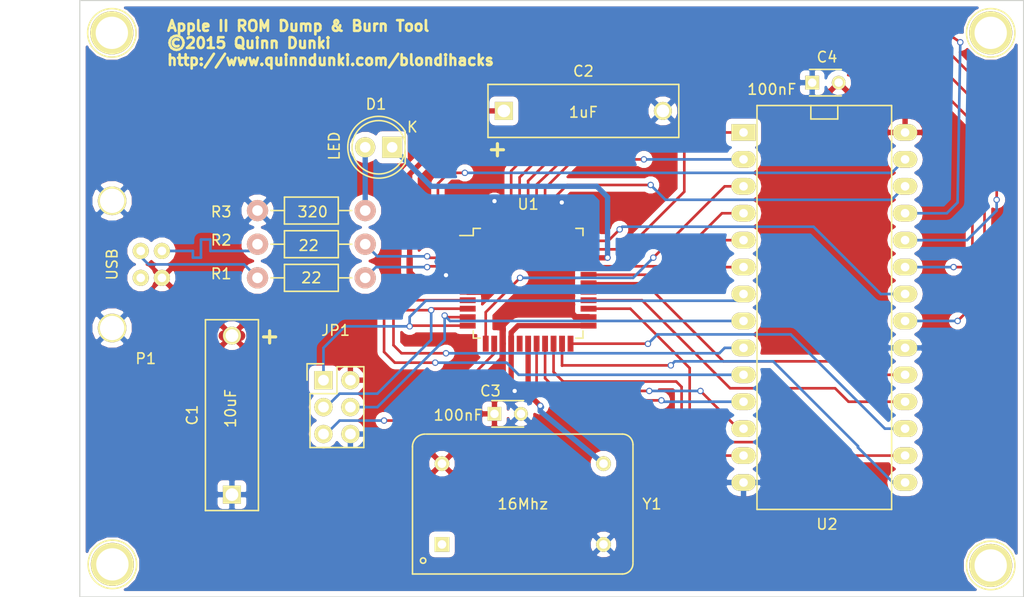
<source format=kicad_pcb>
(kicad_pcb (version 4) (host pcbnew "(2015-07-24 BZR 5991)-product")

  (general
    (links 64)
    (no_connects 0)
    (area 98.824999 76.853 195.630001 135.0362)
    (thickness 1.6)
    (drawings 7)
    (tracks 277)
    (zones 0)
    (modules 17)
    (nets 41)
  )

  (page A4)
  (layers
    (0 F.Cu signal)
    (31 B.Cu signal)
    (32 B.Adhes user)
    (33 F.Adhes user)
    (34 B.Paste user)
    (35 F.Paste user)
    (36 B.SilkS user)
    (37 F.SilkS user)
    (38 B.Mask user)
    (39 F.Mask user)
    (40 Dwgs.User user)
    (41 Cmts.User user)
    (42 Eco1.User user)
    (43 Eco2.User user)
    (44 Edge.Cuts user)
    (45 Margin user)
    (46 B.CrtYd user)
    (47 F.CrtYd user)
    (48 B.Fab user)
    (49 F.Fab user)
  )

  (setup
    (last_trace_width 0.5)
    (user_trace_width 0.5)
    (user_trace_width 0.6)
    (user_trace_width 0.75)
    (user_trace_width 1)
    (trace_clearance 0.2)
    (zone_clearance 0.508)
    (zone_45_only no)
    (trace_min 0.2)
    (segment_width 0.2)
    (edge_width 0.1)
    (via_size 0.6)
    (via_drill 0.4)
    (via_min_size 0.4)
    (via_min_drill 0.3)
    (uvia_size 0.3)
    (uvia_drill 0.1)
    (uvias_allowed no)
    (uvia_min_size 0.2)
    (uvia_min_drill 0.1)
    (pcb_text_width 0.3)
    (pcb_text_size 1.5 1.5)
    (mod_edge_width 0.15)
    (mod_text_size 1 1)
    (mod_text_width 0.15)
    (pad_size 4.064 4.064)
    (pad_drill 3.048)
    (pad_to_mask_clearance 0)
    (aux_axis_origin 0 0)
    (visible_elements FFFFFF7F)
    (pcbplotparams
      (layerselection 0x010f0_80000001)
      (usegerberextensions false)
      (excludeedgelayer true)
      (linewidth 0.100000)
      (plotframeref false)
      (viasonmask false)
      (mode 1)
      (useauxorigin false)
      (hpglpennumber 1)
      (hpglpenspeed 20)
      (hpglpendiameter 15)
      (hpglpenoverlay 2)
      (psnegative false)
      (psa4output false)
      (plotreference true)
      (plotvalue true)
      (plotinvisibletext false)
      (padsonsilk false)
      (subtractmaskfromsilk false)
      (outputformat 1)
      (mirror false)
      (drillshape 0)
      (scaleselection 1)
      (outputdirectory Gerber/))
  )

  (net 0 "")
  (net 1 GND)
  (net 2 VCC)
  (net 3 "Net-(C2-Pad1)")
  (net 4 "Net-(D1-Pad1)")
  (net 5 "Net-(D1-Pad2)")
  (net 6 /Z3)
  (net 7 /Z1)
  (net 8 /Z2)
  (net 9 "Net-(JP1-Pad5)")
  (net 10 "Net-(P1-Pad2)")
  (net 11 "Net-(P1-Pad4)")
  (net 12 "Net-(P1-Pad3)")
  (net 13 "Net-(R1-Pad1)")
  (net 14 "Net-(R2-Pad1)")
  (net 15 WE)
  (net 16 /Z0)
  (net 17 /Z7)
  (net 18 "Net-(U1-Pad16)")
  (net 19 "Net-(U1-Pad17)")
  (net 20 /Y0)
  (net 21 /Y1)
  (net 22 /Y2)
  (net 23 /Y3)
  (net 24 /Y5)
  (net 25 /Y4)
  (net 26 /Y6)
  (net 27 /Y7)
  (net 28 /Z4)
  (net 29 /Z5)
  (net 30 /Z6)
  (net 31 /Y14)
  (net 32 OE)
  (net 33 /Y13)
  (net 34 /Y12)
  (net 35 /Y11)
  (net 36 /Y10)
  (net 37 /Y9)
  (net 38 /Y8)
  (net 39 "Net-(U1-Pad42)")
  (net 40 "Net-(Y1-Pad1)")

  (net_class Default "This is the default net class."
    (clearance 0.2)
    (trace_width 0.25)
    (via_dia 0.6)
    (via_drill 0.4)
    (uvia_dia 0.3)
    (uvia_drill 0.1)
    (add_net /Y0)
    (add_net /Y1)
    (add_net /Y10)
    (add_net /Y11)
    (add_net /Y12)
    (add_net /Y13)
    (add_net /Y14)
    (add_net /Y2)
    (add_net /Y3)
    (add_net /Y4)
    (add_net /Y5)
    (add_net /Y6)
    (add_net /Y7)
    (add_net /Y8)
    (add_net /Y9)
    (add_net /Z0)
    (add_net /Z1)
    (add_net /Z2)
    (add_net /Z3)
    (add_net /Z4)
    (add_net /Z5)
    (add_net /Z6)
    (add_net /Z7)
    (add_net GND)
    (add_net "Net-(C2-Pad1)")
    (add_net "Net-(D1-Pad1)")
    (add_net "Net-(D1-Pad2)")
    (add_net "Net-(JP1-Pad5)")
    (add_net "Net-(P1-Pad2)")
    (add_net "Net-(P1-Pad3)")
    (add_net "Net-(P1-Pad4)")
    (add_net "Net-(R1-Pad1)")
    (add_net "Net-(R2-Pad1)")
    (add_net "Net-(U1-Pad16)")
    (add_net "Net-(U1-Pad17)")
    (add_net "Net-(U1-Pad42)")
    (add_net "Net-(Y1-Pad1)")
    (add_net OE)
    (add_net VCC)
    (add_net WE)
  )

  (module Connect:1pin (layer F.Cu) (tedit 55B59981) (tstamp 55B64ACF)
    (at 109.5756 81.026)
    (descr "module 1 pin (ou trou mecanique de percage)")
    (tags DEV)
    (fp_text reference REF** (at 0 -3.048) (layer F.SilkS) hide
      (effects (font (size 1 1) (thickness 0.15)))
    )
    (fp_text value 1pin (at 0 2.794) (layer F.Fab) hide
      (effects (font (size 1 1) (thickness 0.15)))
    )
    (fp_circle (center 0 0) (end 0 -2.286) (layer F.SilkS) (width 0.15))
    (pad "" thru_hole circle (at 0 0) (size 4.064 4.064) (drill 3.048) (layers *.Cu *.Mask F.SilkS))
  )

  (module Connect:1pin (layer F.Cu) (tedit 55B59981) (tstamp 55B64ACA)
    (at 192.4812 81.026)
    (descr "module 1 pin (ou trou mecanique de percage)")
    (tags DEV)
    (fp_text reference REF** (at 0 -3.048) (layer F.SilkS) hide
      (effects (font (size 1 1) (thickness 0.15)))
    )
    (fp_text value 1pin (at 0 2.794) (layer F.Fab) hide
      (effects (font (size 1 1) (thickness 0.15)))
    )
    (fp_circle (center 0 0) (end 0 -2.286) (layer F.SilkS) (width 0.15))
    (pad "" thru_hole circle (at 0 0) (size 4.064 4.064) (drill 3.048) (layers *.Cu *.Mask F.SilkS))
  )

  (module Connect:1pin (layer F.Cu) (tedit 55B59981) (tstamp 55B64AC5)
    (at 192.4812 131.2672)
    (descr "module 1 pin (ou trou mecanique de percage)")
    (tags DEV)
    (fp_text reference REF** (at 0 -3.048) (layer F.SilkS) hide
      (effects (font (size 1 1) (thickness 0.15)))
    )
    (fp_text value 1pin (at 0 2.794) (layer F.Fab) hide
      (effects (font (size 1 1) (thickness 0.15)))
    )
    (fp_circle (center 0 0) (end 0 -2.286) (layer F.SilkS) (width 0.15))
    (pad "" thru_hole circle (at 0 0) (size 4.064 4.064) (drill 3.048) (layers *.Cu *.Mask F.SilkS))
  )

  (module LEDs:LED-5MM (layer F.Cu) (tedit 55B5771F) (tstamp 55B40E79)
    (at 136.017 91.821 180)
    (descr "LED 5mm round vertical")
    (tags "LED 5mm round vertical")
    (path /55B401C6)
    (fp_text reference D1 (at 1.524 4.064 180) (layer F.SilkS)
      (effects (font (size 1 1) (thickness 0.15)))
    )
    (fp_text value LED (at 5.461 0.127 270) (layer F.SilkS)
      (effects (font (size 1 1) (thickness 0.15)))
    )
    (fp_line (start -1.5 -1.55) (end -1.5 1.55) (layer F.CrtYd) (width 0.05))
    (fp_arc (start 1.3 0) (end -1.5 1.55) (angle -302) (layer F.CrtYd) (width 0.05))
    (fp_arc (start 1.27 0) (end -1.23 -1.5) (angle 297.5) (layer F.SilkS) (width 0.15))
    (fp_line (start -1.23 1.5) (end -1.23 -1.5) (layer F.SilkS) (width 0.15))
    (fp_circle (center 1.27 0) (end 0.97 -2.5) (layer F.SilkS) (width 0.15))
    (fp_text user K (at -1.905 1.905 180) (layer F.SilkS)
      (effects (font (size 1 1) (thickness 0.15)))
    )
    (pad 1 thru_hole rect (at 0 0 270) (size 2 1.9) (drill 1.00076) (layers *.Cu *.Mask F.SilkS)
      (net 4 "Net-(D1-Pad1)"))
    (pad 2 thru_hole circle (at 2.54 0 180) (size 1.9 1.9) (drill 1.00076) (layers *.Cu *.Mask F.SilkS)
      (net 5 "Net-(D1-Pad2)"))
    (model LEDs.3dshapes/LED-5MM.wrl
      (at (xyz 0.05 0 0))
      (scale (xyz 1 1 1))
      (rotate (xyz 0 0 90))
    )
  )

  (module Pin_Headers:Pin_Header_Straight_2x03 (layer F.Cu) (tedit 55B5708B) (tstamp 55B40E83)
    (at 129.54 113.792)
    (descr "Through hole pin header")
    (tags "pin header")
    (path /55B42743)
    (fp_text reference JP1 (at 1.143 -4.699) (layer F.SilkS)
      (effects (font (size 1 1) (thickness 0.15)))
    )
    (fp_text value PINHD-2X3 (at 1.27 10.033) (layer F.Fab) hide
      (effects (font (size 1 1) (thickness 0.15)))
    )
    (fp_line (start -1.27 1.27) (end -1.27 6.35) (layer F.SilkS) (width 0.15))
    (fp_line (start -1.55 -1.55) (end 0 -1.55) (layer F.SilkS) (width 0.15))
    (fp_line (start -1.75 -1.75) (end -1.75 6.85) (layer F.CrtYd) (width 0.05))
    (fp_line (start 4.3 -1.75) (end 4.3 6.85) (layer F.CrtYd) (width 0.05))
    (fp_line (start -1.75 -1.75) (end 4.3 -1.75) (layer F.CrtYd) (width 0.05))
    (fp_line (start -1.75 6.85) (end 4.3 6.85) (layer F.CrtYd) (width 0.05))
    (fp_line (start 1.27 -1.27) (end 1.27 1.27) (layer F.SilkS) (width 0.15))
    (fp_line (start 1.27 1.27) (end -1.27 1.27) (layer F.SilkS) (width 0.15))
    (fp_line (start -1.27 6.35) (end 3.81 6.35) (layer F.SilkS) (width 0.15))
    (fp_line (start 3.81 6.35) (end 3.81 1.27) (layer F.SilkS) (width 0.15))
    (fp_line (start -1.55 -1.55) (end -1.55 0) (layer F.SilkS) (width 0.15))
    (fp_line (start 3.81 -1.27) (end 1.27 -1.27) (layer F.SilkS) (width 0.15))
    (fp_line (start 3.81 1.27) (end 3.81 -1.27) (layer F.SilkS) (width 0.15))
    (pad 1 thru_hole rect (at 0 0) (size 1.7272 1.7272) (drill 1.016) (layers *.Cu *.Mask F.SilkS)
      (net 6 /Z3))
    (pad 2 thru_hole oval (at 2.54 0) (size 1.7272 1.7272) (drill 1.016) (layers *.Cu *.Mask F.SilkS)
      (net 2 VCC))
    (pad 3 thru_hole oval (at 0 2.54) (size 1.7272 1.7272) (drill 1.016) (layers *.Cu *.Mask F.SilkS)
      (net 7 /Z1))
    (pad 4 thru_hole oval (at 2.54 2.54) (size 1.7272 1.7272) (drill 1.016) (layers *.Cu *.Mask F.SilkS)
      (net 8 /Z2))
    (pad 5 thru_hole oval (at 0 5.08) (size 1.7272 1.7272) (drill 1.016) (layers *.Cu *.Mask F.SilkS)
      (net 9 "Net-(JP1-Pad5)"))
    (pad 6 thru_hole oval (at 2.54 5.08) (size 1.7272 1.7272) (drill 1.016) (layers *.Cu *.Mask F.SilkS)
      (net 1 GND))
    (model Pin_Headers.3dshapes/Pin_Header_Straight_2x03.wrl
      (at (xyz 0.05 -0.1 0))
      (scale (xyz 1 1 1))
      (rotate (xyz 0 0 90))
    )
  )

  (module Housings_QFP:TQFP-44_10x10mm_Pitch0.8mm (layer F.Cu) (tedit 55B5709A) (tstamp 55B40ECF)
    (at 148.844 104.648)
    (descr "44-Lead Plastic Thin Quad Flatpack (PT) - 10x10x1.0 mm Body [TQFP] (see Microchip Packaging Specification 00000049BS.pdf)")
    (tags "QFP 0.8")
    (path /55B3F47E)
    (attr smd)
    (fp_text reference U1 (at 0 -7.45) (layer F.SilkS)
      (effects (font (size 1 1) (thickness 0.15)))
    )
    (fp_text value ATMEGA32U4-A (at 0 7.45) (layer F.Fab) hide
      (effects (font (size 1 1) (thickness 0.15)))
    )
    (fp_line (start -6.7 -6.7) (end -6.7 6.7) (layer F.CrtYd) (width 0.05))
    (fp_line (start 6.7 -6.7) (end 6.7 6.7) (layer F.CrtYd) (width 0.05))
    (fp_line (start -6.7 -6.7) (end 6.7 -6.7) (layer F.CrtYd) (width 0.05))
    (fp_line (start -6.7 6.7) (end 6.7 6.7) (layer F.CrtYd) (width 0.05))
    (fp_line (start -5.175 -5.175) (end -5.175 -4.5) (layer F.SilkS) (width 0.15))
    (fp_line (start 5.175 -5.175) (end 5.175 -4.5) (layer F.SilkS) (width 0.15))
    (fp_line (start 5.175 5.175) (end 5.175 4.5) (layer F.SilkS) (width 0.15))
    (fp_line (start -5.175 5.175) (end -5.175 4.5) (layer F.SilkS) (width 0.15))
    (fp_line (start -5.175 -5.175) (end -4.5 -5.175) (layer F.SilkS) (width 0.15))
    (fp_line (start -5.175 5.175) (end -4.5 5.175) (layer F.SilkS) (width 0.15))
    (fp_line (start 5.175 5.175) (end 4.5 5.175) (layer F.SilkS) (width 0.15))
    (fp_line (start 5.175 -5.175) (end 4.5 -5.175) (layer F.SilkS) (width 0.15))
    (fp_line (start -5.175 -4.5) (end -6.45 -4.5) (layer F.SilkS) (width 0.15))
    (pad 1 smd rect (at -5.7 -4) (size 1.5 0.55) (layers F.Cu F.Paste F.Mask)
      (net 15 WE))
    (pad 2 smd rect (at -5.7 -3.2) (size 1.5 0.55) (layers F.Cu F.Paste F.Mask)
      (net 2 VCC))
    (pad 3 smd rect (at -5.7 -2.4) (size 1.5 0.55) (layers F.Cu F.Paste F.Mask)
      (net 14 "Net-(R2-Pad1)"))
    (pad 4 smd rect (at -5.7 -1.6) (size 1.5 0.55) (layers F.Cu F.Paste F.Mask)
      (net 13 "Net-(R1-Pad1)"))
    (pad 5 smd rect (at -5.7 -0.8) (size 1.5 0.55) (layers F.Cu F.Paste F.Mask)
      (net 1 GND))
    (pad 6 smd rect (at -5.7 0) (size 1.5 0.55) (layers F.Cu F.Paste F.Mask)
      (net 3 "Net-(C2-Pad1)"))
    (pad 7 smd rect (at -5.7 0.8) (size 1.5 0.55) (layers F.Cu F.Paste F.Mask)
      (net 2 VCC))
    (pad 8 smd rect (at -5.7 1.6) (size 1.5 0.55) (layers F.Cu F.Paste F.Mask)
      (net 16 /Z0))
    (pad 9 smd rect (at -5.7 2.4) (size 1.5 0.55) (layers F.Cu F.Paste F.Mask)
      (net 7 /Z1))
    (pad 10 smd rect (at -5.7 3.2) (size 1.5 0.55) (layers F.Cu F.Paste F.Mask)
      (net 8 /Z2))
    (pad 11 smd rect (at -5.7 4) (size 1.5 0.55) (layers F.Cu F.Paste F.Mask)
      (net 6 /Z3))
    (pad 12 smd rect (at -4 5.7 90) (size 1.5 0.55) (layers F.Cu F.Paste F.Mask)
      (net 17 /Z7))
    (pad 13 smd rect (at -3.2 5.7 90) (size 1.5 0.55) (layers F.Cu F.Paste F.Mask)
      (net 9 "Net-(JP1-Pad5)"))
    (pad 14 smd rect (at -2.4 5.7 90) (size 1.5 0.55) (layers F.Cu F.Paste F.Mask)
      (net 2 VCC))
    (pad 15 smd rect (at -1.6 5.7 90) (size 1.5 0.55) (layers F.Cu F.Paste F.Mask)
      (net 1 GND))
    (pad 16 smd rect (at -0.8 5.7 90) (size 1.5 0.55) (layers F.Cu F.Paste F.Mask)
      (net 18 "Net-(U1-Pad16)"))
    (pad 17 smd rect (at 0 5.7 90) (size 1.5 0.55) (layers F.Cu F.Paste F.Mask)
      (net 19 "Net-(U1-Pad17)"))
    (pad 18 smd rect (at 0.8 5.7 90) (size 1.5 0.55) (layers F.Cu F.Paste F.Mask)
      (net 20 /Y0))
    (pad 19 smd rect (at 1.6 5.7 90) (size 1.5 0.55) (layers F.Cu F.Paste F.Mask)
      (net 21 /Y1))
    (pad 20 smd rect (at 2.4 5.7 90) (size 1.5 0.55) (layers F.Cu F.Paste F.Mask)
      (net 22 /Y2))
    (pad 21 smd rect (at 3.2 5.7 90) (size 1.5 0.55) (layers F.Cu F.Paste F.Mask)
      (net 23 /Y3))
    (pad 22 smd rect (at 4 5.7 90) (size 1.5 0.55) (layers F.Cu F.Paste F.Mask)
      (net 24 /Y5))
    (pad 23 smd rect (at 5.7 4) (size 1.5 0.55) (layers F.Cu F.Paste F.Mask)
      (net 1 GND))
    (pad 24 smd rect (at 5.7 3.2) (size 1.5 0.55) (layers F.Cu F.Paste F.Mask)
      (net 2 VCC))
    (pad 25 smd rect (at 5.7 2.4) (size 1.5 0.55) (layers F.Cu F.Paste F.Mask)
      (net 25 /Y4))
    (pad 26 smd rect (at 5.7 1.6) (size 1.5 0.55) (layers F.Cu F.Paste F.Mask)
      (net 26 /Y6))
    (pad 27 smd rect (at 5.7 0.8) (size 1.5 0.55) (layers F.Cu F.Paste F.Mask)
      (net 27 /Y7))
    (pad 28 smd rect (at 5.7 0) (size 1.5 0.55) (layers F.Cu F.Paste F.Mask)
      (net 28 /Z4))
    (pad 29 smd rect (at 5.7 -0.8) (size 1.5 0.55) (layers F.Cu F.Paste F.Mask)
      (net 29 /Z5))
    (pad 30 smd rect (at 5.7 -1.6) (size 1.5 0.55) (layers F.Cu F.Paste F.Mask)
      (net 30 /Z6))
    (pad 31 smd rect (at 5.7 -2.4) (size 1.5 0.55) (layers F.Cu F.Paste F.Mask)
      (net 4 "Net-(D1-Pad1)"))
    (pad 32 smd rect (at 5.7 -3.2) (size 1.5 0.55) (layers F.Cu F.Paste F.Mask)
      (net 31 /Y14))
    (pad 33 smd rect (at 5.7 -4) (size 1.5 0.55) (layers F.Cu F.Paste F.Mask)
      (net 32 OE))
    (pad 34 smd rect (at 4 -5.7 90) (size 1.5 0.55) (layers F.Cu F.Paste F.Mask)
      (net 2 VCC))
    (pad 35 smd rect (at 3.2 -5.7 90) (size 1.5 0.55) (layers F.Cu F.Paste F.Mask)
      (net 1 GND))
    (pad 36 smd rect (at 2.4 -5.7 90) (size 1.5 0.55) (layers F.Cu F.Paste F.Mask)
      (net 33 /Y13))
    (pad 37 smd rect (at 1.6 -5.7 90) (size 1.5 0.55) (layers F.Cu F.Paste F.Mask)
      (net 34 /Y12))
    (pad 38 smd rect (at 0.8 -5.7 90) (size 1.5 0.55) (layers F.Cu F.Paste F.Mask)
      (net 35 /Y11))
    (pad 39 smd rect (at 0 -5.7 90) (size 1.5 0.55) (layers F.Cu F.Paste F.Mask)
      (net 36 /Y10))
    (pad 40 smd rect (at -0.8 -5.7 90) (size 1.5 0.55) (layers F.Cu F.Paste F.Mask)
      (net 37 /Y9))
    (pad 41 smd rect (at -1.6 -5.7 90) (size 1.5 0.55) (layers F.Cu F.Paste F.Mask)
      (net 38 /Y8))
    (pad 42 smd rect (at -2.4 -5.7 90) (size 1.5 0.55) (layers F.Cu F.Paste F.Mask)
      (net 39 "Net-(U1-Pad42)"))
    (pad 43 smd rect (at -3.2 -5.7 90) (size 1.5 0.55) (layers F.Cu F.Paste F.Mask)
      (net 1 GND))
    (pad 44 smd rect (at -4 -5.7 90) (size 1.5 0.55) (layers F.Cu F.Paste F.Mask)
      (net 2 VCC))
    (model Housings_QFP.3dshapes/TQFP-44_10x10mm_Pitch0.8mm.wrl
      (at (xyz 0 0 0))
      (scale (xyz 1 1 1))
      (rotate (xyz 0 0 0))
    )
  )

  (module Sockets_DIP:DIP-28__600_ELL (layer F.Cu) (tedit 55B5709F) (tstamp 55B40EEF)
    (at 176.784 106.934 270)
    (descr "28 pins DIL package, elliptical pads, width 600mil")
    (tags DIL)
    (path /55AD8276)
    (fp_text reference U2 (at 20.447 -0.254 360) (layer F.SilkS)
      (effects (font (size 1 1) (thickness 0.15)))
    )
    (fp_text value ZIFSOCKET-28-3ZIFFSOCKET-28-3 (at 0.635 3.81 270) (layer F.Fab) hide
      (effects (font (size 1 1) (thickness 0.15)))
    )
    (fp_line (start -19.05 -1.27) (end -19.05 -1.27) (layer F.SilkS) (width 0.15))
    (fp_line (start -19.05 -1.27) (end -17.78 -1.27) (layer F.SilkS) (width 0.15))
    (fp_line (start -17.78 -1.27) (end -17.78 1.27) (layer F.SilkS) (width 0.15))
    (fp_line (start -17.78 1.27) (end -19.05 1.27) (layer F.SilkS) (width 0.15))
    (fp_line (start -19.05 -6.35) (end 19.05 -6.35) (layer F.SilkS) (width 0.15))
    (fp_line (start 19.05 -6.35) (end 19.05 6.35) (layer F.SilkS) (width 0.15))
    (fp_line (start 19.05 6.35) (end -19.05 6.35) (layer F.SilkS) (width 0.15))
    (fp_line (start -19.05 6.35) (end -19.05 -6.35) (layer F.SilkS) (width 0.15))
    (pad 1 thru_hole rect (at -16.51 7.62 270) (size 1.5748 2.286) (drill 0.8128) (layers *.Cu *.Mask F.SilkS)
      (net 31 /Y14))
    (pad 2 thru_hole oval (at -13.97 7.62 270) (size 1.5748 2.286) (drill 0.8128) (layers *.Cu *.Mask F.SilkS)
      (net 34 /Y12))
    (pad 3 thru_hole oval (at -11.43 7.62 270) (size 1.5748 2.286) (drill 0.8128) (layers *.Cu *.Mask F.SilkS)
      (net 17 /Z7))
    (pad 4 thru_hole oval (at -8.89 7.62 270) (size 1.5748 2.286) (drill 0.8128) (layers *.Cu *.Mask F.SilkS)
      (net 30 /Z6))
    (pad 5 thru_hole oval (at -6.35 7.62 270) (size 1.5748 2.286) (drill 0.8128) (layers *.Cu *.Mask F.SilkS)
      (net 29 /Z5))
    (pad 6 thru_hole oval (at -3.81 7.62 270) (size 1.5748 2.286) (drill 0.8128) (layers *.Cu *.Mask F.SilkS)
      (net 28 /Z4))
    (pad 7 thru_hole oval (at -1.27 7.62 270) (size 1.5748 2.286) (drill 0.8128) (layers *.Cu *.Mask F.SilkS)
      (net 6 /Z3))
    (pad 8 thru_hole oval (at 1.27 7.62 270) (size 1.5748 2.286) (drill 0.8128) (layers *.Cu *.Mask F.SilkS)
      (net 8 /Z2))
    (pad 9 thru_hole oval (at 3.81 7.62 270) (size 1.5748 2.286) (drill 0.8128) (layers *.Cu *.Mask F.SilkS)
      (net 7 /Z1))
    (pad 10 thru_hole oval (at 6.35 7.62 270) (size 1.5748 2.286) (drill 0.8128) (layers *.Cu *.Mask F.SilkS)
      (net 16 /Z0))
    (pad 11 thru_hole oval (at 8.89 7.62 270) (size 1.5748 2.286) (drill 0.8128) (layers *.Cu *.Mask F.SilkS)
      (net 20 /Y0))
    (pad 12 thru_hole oval (at 11.43 7.62 270) (size 1.5748 2.286) (drill 0.8128) (layers *.Cu *.Mask F.SilkS)
      (net 21 /Y1))
    (pad 13 thru_hole oval (at 13.97 7.62 270) (size 1.5748 2.286) (drill 0.8128) (layers *.Cu *.Mask F.SilkS)
      (net 22 /Y2))
    (pad 14 thru_hole oval (at 16.51 7.62 270) (size 1.5748 2.286) (drill 0.8128) (layers *.Cu *.Mask F.SilkS)
      (net 1 GND))
    (pad 15 thru_hole oval (at 16.51 -7.62 270) (size 1.5748 2.286) (drill 0.8128) (layers *.Cu *.Mask F.SilkS)
      (net 23 /Y3))
    (pad 16 thru_hole oval (at 13.97 -7.62 270) (size 1.5748 2.286) (drill 0.8128) (layers *.Cu *.Mask F.SilkS)
      (net 25 /Y4))
    (pad 17 thru_hole oval (at 11.43 -7.62 270) (size 1.5748 2.286) (drill 0.8128) (layers *.Cu *.Mask F.SilkS)
      (net 24 /Y5))
    (pad 18 thru_hole oval (at 8.89 -7.62 270) (size 1.5748 2.286) (drill 0.8128) (layers *.Cu *.Mask F.SilkS)
      (net 26 /Y6))
    (pad 19 thru_hole oval (at 6.35 -7.62 270) (size 1.5748 2.286) (drill 0.8128) (layers *.Cu *.Mask F.SilkS)
      (net 27 /Y7))
    (pad 20 thru_hole oval (at 3.81 -7.62 270) (size 1.5748 2.286) (drill 0.8128) (layers *.Cu *.Mask F.SilkS)
      (net 1 GND))
    (pad 21 thru_hole oval (at 1.27 -7.62 270) (size 1.5748 2.286) (drill 0.8128) (layers *.Cu *.Mask F.SilkS)
      (net 36 /Y10))
    (pad 22 thru_hole oval (at -1.27 -7.62 270) (size 1.5748 2.286) (drill 0.8128) (layers *.Cu *.Mask F.SilkS)
      (net 32 OE))
    (pad 23 thru_hole oval (at -3.81 -7.62 270) (size 1.5748 2.286) (drill 0.8128) (layers *.Cu *.Mask F.SilkS)
      (net 35 /Y11))
    (pad 24 thru_hole oval (at -6.35 -7.62 270) (size 1.5748 2.286) (drill 0.8128) (layers *.Cu *.Mask F.SilkS)
      (net 37 /Y9))
    (pad 25 thru_hole oval (at -8.89 -7.62 270) (size 1.5748 2.286) (drill 0.8128) (layers *.Cu *.Mask F.SilkS)
      (net 38 /Y8))
    (pad 26 thru_hole oval (at -11.43 -7.62 270) (size 1.5748 2.286) (drill 0.8128) (layers *.Cu *.Mask F.SilkS)
      (net 33 /Y13))
    (pad 27 thru_hole oval (at -13.97 -7.62 270) (size 1.5748 2.286) (drill 0.8128) (layers *.Cu *.Mask F.SilkS)
      (net 15 WE))
    (pad 28 thru_hole oval (at -16.51 -7.62 270) (size 1.5748 2.286) (drill 0.8128) (layers *.Cu *.Mask F.SilkS)
      (net 2 VCC))
    (model Sockets_DIP.3dshapes/DIP-28__600_ELL.wrl
      (at (xyz 0 0 0))
      (scale (xyz 1 1 1))
      (rotate (xyz 0 0 0))
    )
  )

  (module Capacitors_ThroughHole:C_Rect_L18_W5_P15 (layer F.Cu) (tedit 55B57719) (tstamp 55B51C61)
    (at 120.904 124.587 90)
    (descr "Film Capacitor Length 18mm x Width 5mm, Pitch 5mm")
    (tags Capacitor)
    (path /55AD80BB)
    (fp_text reference C1 (at 7.5 -3.75 90) (layer F.SilkS)
      (effects (font (size 1 1) (thickness 0.15)))
    )
    (fp_text value 10uF (at 8.128 -0.127 90) (layer F.SilkS)
      (effects (font (size 1 1) (thickness 0.15)))
    )
    (fp_line (start -1.75 -2.75) (end 16.75 -2.75) (layer F.CrtYd) (width 0.05))
    (fp_line (start 16.75 -2.75) (end 16.75 2.75) (layer F.CrtYd) (width 0.05))
    (fp_line (start 16.75 2.75) (end -1.75 2.75) (layer F.CrtYd) (width 0.05))
    (fp_line (start -1.75 2.75) (end -1.75 -2.75) (layer F.CrtYd) (width 0.05))
    (fp_line (start -1.5 -2.5) (end -1.5 -2.5) (layer F.SilkS) (width 0.15))
    (fp_line (start 16.5 2.5) (end 16.5 -2.5) (layer F.SilkS) (width 0.15))
    (fp_line (start 16.5 -2.5) (end -1.5 -2.5) (layer F.SilkS) (width 0.15))
    (fp_line (start -1.5 -2.5) (end -1.5 2.5) (layer F.SilkS) (width 0.15))
    (fp_line (start -1.5 2.5) (end 16.5 2.5) (layer F.SilkS) (width 0.15))
    (pad 1 thru_hole rect (at 0 0 90) (size 1.7 1.7) (drill 1.2) (layers *.Cu *.Mask F.SilkS)
      (net 1 GND))
    (pad 2 thru_hole circle (at 15 0 90) (size 1.7 1.7) (drill 1.2) (layers *.Cu *.Mask F.SilkS)
      (net 2 VCC))
  )

  (module Capacitors_ThroughHole:C_Rect_L18_W5_P15 (layer F.Cu) (tedit 55B57725) (tstamp 55B51C66)
    (at 146.558 88.392)
    (descr "Film Capacitor Length 18mm x Width 5mm, Pitch 5mm")
    (tags Capacitor)
    (path /55AD77B0)
    (fp_text reference C2 (at 7.5 -3.75) (layer F.SilkS)
      (effects (font (size 1 1) (thickness 0.15)))
    )
    (fp_text value 1uF (at 7.493 0.127) (layer F.SilkS)
      (effects (font (size 1 1) (thickness 0.15)))
    )
    (fp_line (start -1.75 -2.75) (end 16.75 -2.75) (layer F.CrtYd) (width 0.05))
    (fp_line (start 16.75 -2.75) (end 16.75 2.75) (layer F.CrtYd) (width 0.05))
    (fp_line (start 16.75 2.75) (end -1.75 2.75) (layer F.CrtYd) (width 0.05))
    (fp_line (start -1.75 2.75) (end -1.75 -2.75) (layer F.CrtYd) (width 0.05))
    (fp_line (start -1.5 -2.5) (end -1.5 -2.5) (layer F.SilkS) (width 0.15))
    (fp_line (start 16.5 2.5) (end 16.5 -2.5) (layer F.SilkS) (width 0.15))
    (fp_line (start 16.5 -2.5) (end -1.5 -2.5) (layer F.SilkS) (width 0.15))
    (fp_line (start -1.5 -2.5) (end -1.5 2.5) (layer F.SilkS) (width 0.15))
    (fp_line (start -1.5 2.5) (end 16.5 2.5) (layer F.SilkS) (width 0.15))
    (pad 1 thru_hole rect (at 0 0) (size 1.7 1.7) (drill 1.2) (layers *.Cu *.Mask F.SilkS)
      (net 3 "Net-(C2-Pad1)"))
    (pad 2 thru_hole circle (at 15 0) (size 1.7 1.7) (drill 1.2) (layers *.Cu *.Mask F.SilkS)
      (net 1 GND))
  )

  (module Capacitors_ThroughHole:C_Disc_D3_P2.5 (layer F.Cu) (tedit 55B5973E) (tstamp 55B51C6B)
    (at 145.669 116.967)
    (descr "Capacitor 3mm Disc, Pitch 2.5mm")
    (tags Capacitor)
    (path /55B41E24)
    (fp_text reference C3 (at -0.381 -2.159) (layer F.SilkS)
      (effects (font (size 1 1) (thickness 0.15)))
    )
    (fp_text value 100nF (at -3.429 0.127) (layer F.SilkS)
      (effects (font (size 1 1) (thickness 0.15)))
    )
    (fp_line (start -0.9 -1.5) (end 3.4 -1.5) (layer F.CrtYd) (width 0.05))
    (fp_line (start 3.4 -1.5) (end 3.4 1.5) (layer F.CrtYd) (width 0.05))
    (fp_line (start 3.4 1.5) (end -0.9 1.5) (layer F.CrtYd) (width 0.05))
    (fp_line (start -0.9 1.5) (end -0.9 -1.5) (layer F.CrtYd) (width 0.05))
    (fp_line (start -0.25 -1.25) (end 2.75 -1.25) (layer F.SilkS) (width 0.15))
    (fp_line (start 2.75 1.25) (end -0.25 1.25) (layer F.SilkS) (width 0.15))
    (pad 1 thru_hole rect (at 0 0) (size 1.3 1.3) (drill 0.8) (layers *.Cu *.Mask F.SilkS)
      (net 2 VCC))
    (pad 2 thru_hole circle (at 2.5 0) (size 1.3 1.3) (drill 0.8001) (layers *.Cu *.Mask F.SilkS)
      (net 1 GND))
    (model Capacitors_ThroughHole.3dshapes/C_Disc_D3_P2.5.wrl
      (at (xyz 0.0492126 0 0))
      (scale (xyz 1 1 1))
      (rotate (xyz 0 0 0))
    )
  )

  (module Capacitors_ThroughHole:C_Disc_D3_P2.5 (layer F.Cu) (tedit 55B5774C) (tstamp 55B51C70)
    (at 175.641 85.725)
    (descr "Capacitor 3mm Disc, Pitch 2.5mm")
    (tags Capacitor)
    (path /55B4203D)
    (fp_text reference C4 (at 1.397 -2.413) (layer F.SilkS)
      (effects (font (size 1 1) (thickness 0.15)))
    )
    (fp_text value 100nF (at -3.81 0.635) (layer F.SilkS)
      (effects (font (size 1 1) (thickness 0.15)))
    )
    (fp_line (start -0.9 -1.5) (end 3.4 -1.5) (layer F.CrtYd) (width 0.05))
    (fp_line (start 3.4 -1.5) (end 3.4 1.5) (layer F.CrtYd) (width 0.05))
    (fp_line (start 3.4 1.5) (end -0.9 1.5) (layer F.CrtYd) (width 0.05))
    (fp_line (start -0.9 1.5) (end -0.9 -1.5) (layer F.CrtYd) (width 0.05))
    (fp_line (start -0.25 -1.25) (end 2.75 -1.25) (layer F.SilkS) (width 0.15))
    (fp_line (start 2.75 1.25) (end -0.25 1.25) (layer F.SilkS) (width 0.15))
    (pad 1 thru_hole rect (at 0 0) (size 1.3 1.3) (drill 0.8) (layers *.Cu *.Mask F.SilkS)
      (net 1 GND))
    (pad 2 thru_hole circle (at 2.5 0) (size 1.3 1.3) (drill 0.8001) (layers *.Cu *.Mask F.SilkS)
      (net 2 VCC))
    (model Capacitors_ThroughHole.3dshapes/C_Disc_D3_P2.5.wrl
      (at (xyz 0.0492126 0 0))
      (scale (xyz 1 1 1))
      (rotate (xyz 0 0 0))
    )
  )

  (module Resistors_ThroughHole:Resistor_Horizontal_RM10mm (layer F.Cu) (tedit 55B57714) (tstamp 55B51C75)
    (at 128.397 104.14 180)
    (descr "Resistor, Axial,  RM 10mm, 1/3W,")
    (tags "Resistor, Axial, RM 10mm, 1/3W,")
    (path /55AD7892)
    (fp_text reference R1 (at 8.509 0.381 180) (layer F.SilkS)
      (effects (font (size 1 1) (thickness 0.15)))
    )
    (fp_text value 22 (at 0 0 180) (layer F.SilkS)
      (effects (font (size 1 1) (thickness 0.15)))
    )
    (fp_line (start -2.54 -1.27) (end 2.54 -1.27) (layer F.SilkS) (width 0.15))
    (fp_line (start 2.54 -1.27) (end 2.54 1.27) (layer F.SilkS) (width 0.15))
    (fp_line (start 2.54 1.27) (end -2.54 1.27) (layer F.SilkS) (width 0.15))
    (fp_line (start -2.54 1.27) (end -2.54 -1.27) (layer F.SilkS) (width 0.15))
    (fp_line (start -2.54 0) (end -3.81 0) (layer F.SilkS) (width 0.15))
    (fp_line (start 2.54 0) (end 3.81 0) (layer F.SilkS) (width 0.15))
    (pad 1 thru_hole circle (at -5.08 0 180) (size 1.99898 1.99898) (drill 1.00076) (layers *.Cu *.SilkS *.Mask)
      (net 13 "Net-(R1-Pad1)"))
    (pad 2 thru_hole circle (at 5.08 0 180) (size 1.99898 1.99898) (drill 1.00076) (layers *.Cu *.SilkS *.Mask)
      (net 12 "Net-(P1-Pad3)"))
    (model Resistors_ThroughHole.3dshapes/Resistor_Horizontal_RM10mm.wrl
      (at (xyz 0 0 0))
      (scale (xyz 0.4 0.4 0.4))
      (rotate (xyz 0 0 0))
    )
  )

  (module Resistors_ThroughHole:Resistor_Horizontal_RM10mm (layer F.Cu) (tedit 55B5770E) (tstamp 55B51C7A)
    (at 128.397 100.965 180)
    (descr "Resistor, Axial,  RM 10mm, 1/3W,")
    (tags "Resistor, Axial, RM 10mm, 1/3W,")
    (path /55AD7909)
    (fp_text reference R2 (at 8.509 0.381 180) (layer F.SilkS)
      (effects (font (size 1 1) (thickness 0.15)))
    )
    (fp_text value 22 (at 0.254 -0.127 180) (layer F.SilkS)
      (effects (font (size 1 1) (thickness 0.15)))
    )
    (fp_line (start -2.54 -1.27) (end 2.54 -1.27) (layer F.SilkS) (width 0.15))
    (fp_line (start 2.54 -1.27) (end 2.54 1.27) (layer F.SilkS) (width 0.15))
    (fp_line (start 2.54 1.27) (end -2.54 1.27) (layer F.SilkS) (width 0.15))
    (fp_line (start -2.54 1.27) (end -2.54 -1.27) (layer F.SilkS) (width 0.15))
    (fp_line (start -2.54 0) (end -3.81 0) (layer F.SilkS) (width 0.15))
    (fp_line (start 2.54 0) (end 3.81 0) (layer F.SilkS) (width 0.15))
    (pad 1 thru_hole circle (at -5.08 0 180) (size 1.99898 1.99898) (drill 1.00076) (layers *.Cu *.SilkS *.Mask)
      (net 14 "Net-(R2-Pad1)"))
    (pad 2 thru_hole circle (at 5.08 0 180) (size 1.99898 1.99898) (drill 1.00076) (layers *.Cu *.SilkS *.Mask)
      (net 10 "Net-(P1-Pad2)"))
    (model Resistors_ThroughHole.3dshapes/Resistor_Horizontal_RM10mm.wrl
      (at (xyz 0 0 0))
      (scale (xyz 0.4 0.4 0.4))
      (rotate (xyz 0 0 0))
    )
  )

  (module Resistors_ThroughHole:Resistor_Horizontal_RM10mm (layer F.Cu) (tedit 55B57706) (tstamp 55B51C7F)
    (at 128.397 97.79)
    (descr "Resistor, Axial,  RM 10mm, 1/3W,")
    (tags "Resistor, Axial, RM 10mm, 1/3W,")
    (path /55B4020F)
    (fp_text reference R3 (at -8.509 0.127) (layer F.SilkS)
      (effects (font (size 1 1) (thickness 0.15)))
    )
    (fp_text value 320 (at 0.127 0.127) (layer F.SilkS)
      (effects (font (size 1 1) (thickness 0.15)))
    )
    (fp_line (start -2.54 -1.27) (end 2.54 -1.27) (layer F.SilkS) (width 0.15))
    (fp_line (start 2.54 -1.27) (end 2.54 1.27) (layer F.SilkS) (width 0.15))
    (fp_line (start 2.54 1.27) (end -2.54 1.27) (layer F.SilkS) (width 0.15))
    (fp_line (start -2.54 1.27) (end -2.54 -1.27) (layer F.SilkS) (width 0.15))
    (fp_line (start -2.54 0) (end -3.81 0) (layer F.SilkS) (width 0.15))
    (fp_line (start 2.54 0) (end 3.81 0) (layer F.SilkS) (width 0.15))
    (pad 1 thru_hole circle (at -5.08 0) (size 1.99898 1.99898) (drill 1.00076) (layers *.Cu *.SilkS *.Mask)
      (net 1 GND))
    (pad 2 thru_hole circle (at 5.08 0) (size 1.99898 1.99898) (drill 1.00076) (layers *.Cu *.SilkS *.Mask)
      (net 5 "Net-(D1-Pad2)"))
    (model Resistors_ThroughHole.3dshapes/Resistor_Horizontal_RM10mm.wrl
      (at (xyz 0 0 0))
      (scale (xyz 0.4 0.4 0.4))
      (rotate (xyz 0 0 0))
    )
  )

  (module Oscillator-Modules:OSCILLATOR_KXO-200 (layer F.Cu) (tedit 55B59730) (tstamp 55B5953D)
    (at 148.336 125.476)
    (descr "OSCILLATOR IC KXO-200 Throuhole")
    (tags "X-Tal, OSCILLATOR,  KXO-200, Throuhole")
    (path /55AD9433)
    (fp_text reference Y1 (at 12.192 0) (layer F.SilkS)
      (effects (font (size 1 1) (thickness 0.15)))
    )
    (fp_text value 16Mhz (at 0 0) (layer F.SilkS)
      (effects (font (size 1 1) (thickness 0.15)))
    )
    (fp_circle (center -9.398 5.334) (end -9.398 5.588) (layer F.SilkS) (width 0.15))
    (fp_line (start -10.39876 -5.40004) (end -10.39876 6.59892) (layer F.SilkS) (width 0.15))
    (fp_line (start 9.40054 6.59892) (end -10.39876 6.59892) (layer F.SilkS) (width 0.15))
    (fp_line (start 10.39876 -5.6007) (end 10.39876 5.4991) (layer F.SilkS) (width 0.15))
    (fp_line (start -9.10082 -6.59892) (end 9.40054 -6.59892) (layer F.SilkS) (width 0.15))
    (fp_arc (start 9.40054 -5.6007) (end 9.40054 -6.59892) (angle 90) (layer F.SilkS) (width 0.15))
    (fp_arc (start -9.20496 -5.40004) (end -10.40384 -5.40004) (angle 90) (layer F.SilkS) (width 0.15))
    (fp_arc (start 9.40054 5.6007) (end 10.39876 5.6007) (angle 90) (layer F.SilkS) (width 0.15))
    (pad 1 thru_hole rect (at -7.62 3.81) (size 1.397 1.397) (drill 0.8128) (layers *.Cu *.Mask F.SilkS)
      (net 40 "Net-(Y1-Pad1)"))
    (pad 7 thru_hole circle (at 7.62 3.81) (size 1.397 1.397) (drill 0.8128) (layers *.Cu *.Mask F.SilkS)
      (net 1 GND))
    (pad 8 thru_hole circle (at 7.62 -3.81) (size 1.397 1.397) (drill 0.8128) (layers *.Cu *.Mask F.SilkS)
      (net 19 "Net-(U1-Pad17)"))
    (pad 14 thru_hole circle (at -7.62 -3.81) (size 1.397 1.397) (drill 0.8128) (layers *.Cu *.Mask F.SilkS)
      (net 2 VCC))
    (model Oscillator-Modules.3dshapes/OSCILLATOR_KXO-200.wrl
      (at (xyz 0 0 0))
      (scale (xyz 1 1 1))
      (rotate (xyz 0 0 0))
    )
  )

  (module Connect:1pin (layer F.Cu) (tedit 55B59981) (tstamp 55B59862)
    (at 109.6264 131.1656)
    (descr "module 1 pin (ou trou mecanique de percage)")
    (tags DEV)
    (fp_text reference REF** (at 0 -3.048) (layer F.SilkS) hide
      (effects (font (size 1 1) (thickness 0.15)))
    )
    (fp_text value 1pin (at 0 2.794) (layer F.Fab) hide
      (effects (font (size 1 1) (thickness 0.15)))
    )
    (fp_circle (center 0 0) (end 0 -2.286) (layer F.SilkS) (width 0.15))
    (pad "" thru_hole circle (at 0 0) (size 4.064 4.064) (drill 3.048) (layers *.Cu *.Mask F.SilkS))
  )

  (module Footprints:USB_B (layer F.Cu) (tedit 55B59C5D) (tstamp 55B59C70)
    (at 114.3 104.14 180)
    (descr "USB B connector")
    (tags "USB_B USB_DEV")
    (path /55B4161B)
    (fp_text reference P1 (at 1.524 -7.62 360) (layer F.SilkS)
      (effects (font (size 1 1) (thickness 0.15)))
    )
    (fp_text value USB (at 4.699 1.27 270) (layer F.SilkS)
      (effects (font (size 1 1) (thickness 0.15)))
    )
    (fp_line (start 15.25 8.9) (end -2.3 8.9) (layer F.CrtYd) (width 0.05))
    (fp_line (start -2.3 8.9) (end -2.3 -6.35) (layer F.CrtYd) (width 0.05))
    (fp_line (start -2.3 -6.35) (end 15.25 -6.35) (layer F.CrtYd) (width 0.05))
    (fp_line (start 15.25 -6.35) (end 15.25 8.9) (layer F.CrtYd) (width 0.05))
    (fp_line (start 6.35 7.366) (end 14.986 7.366) (layer Cmts.User) (width 0.15))
    (fp_line (start -2.032 7.366) (end 3.048 7.366) (layer Cmts.User) (width 0.15))
    (fp_line (start 6.35 -4.826) (end 14.986 -4.826) (layer Cmts.User) (width 0.15))
    (fp_line (start -2.032 -4.826) (end 3.048 -4.826) (layer Cmts.User) (width 0.15))
    (fp_line (start 14.986 -4.826) (end 14.986 7.366) (layer Cmts.User) (width 0.15))
    (fp_line (start -2.032 7.366) (end -2.032 -4.826) (layer Cmts.User) (width 0.15))
    (pad 2 thru_hole circle (at 0 2.54 90) (size 1.524 1.524) (drill 0.8128) (layers *.Cu *.Mask F.SilkS)
      (net 10 "Net-(P1-Pad2)"))
    (pad 1 thru_hole circle (at 0 0 90) (size 1.524 1.524) (drill 0.8128) (layers *.Cu *.Mask F.SilkS)
      (net 2 VCC))
    (pad 4 thru_hole circle (at 1.99898 0 90) (size 1.524 1.524) (drill 0.8128) (layers *.Cu *.Mask F.SilkS)
      (net 11 "Net-(P1-Pad4)"))
    (pad 3 thru_hole circle (at 1.99898 2.54 90) (size 1.524 1.524) (drill 0.8128) (layers *.Cu *.Mask F.SilkS)
      (net 12 "Net-(P1-Pad3)"))
    (pad 5 thru_hole circle (at 4.699 7.26948 90) (size 2.70002 2.70002) (drill 2.30124) (layers *.Cu *.Mask F.SilkS)
      (net 1 GND))
    (pad 5 thru_hole circle (at 4.699 -4.72948 90) (size 2.70002 2.70002) (drill 2.30124) (layers *.Cu *.Mask F.SilkS)
      (net 1 GND))
    (model Connect.3dshapes/USB_B.wrl
      (at (xyz 0.05 -0.185 0.001))
      (scale (xyz 0.3937 0.3937 0.3937))
      (rotate (xyz 0 0 0))
    )
  )

  (gr_text "Apple II ROM Dump & Burn Tool\n©2015 Quinn Dunki\nhttp://www.quinndunki.com/blondihacks" (at 114.6556 81.9912) (layer F.SilkS)
    (effects (font (size 1 1) (thickness 0.25)) (justify left))
  )
  (gr_text + (at 124.46 109.601) (layer F.SilkS)
    (effects (font (size 1.5 1.5) (thickness 0.3)))
  )
  (gr_text + (at 145.9484 91.948) (layer F.SilkS)
    (effects (font (size 1.5 1.5) (thickness 0.3)))
  )
  (gr_line (start 106.553 134.239) (end 106.553 77.978) (angle 90) (layer Edge.Cuts) (width 0.1))
  (gr_line (start 106.553 77.978) (end 195.58 77.978) (angle 90) (layer Edge.Cuts) (width 0.1))
  (gr_line (start 195.58 134.239) (end 106.553 134.239) (angle 90) (layer Edge.Cuts) (width 0.1))
  (gr_line (start 195.58 134.239) (end 195.58 77.978) (angle 90) (layer Edge.Cuts) (width 0.1))

  (segment (start 147.244 110.348) (end 147.244 109.296) (width 0.5) (layer F.Cu) (net 1))
  (segment (start 147.892 108.648) (end 154.544 108.648) (width 0.5) (layer F.Cu) (net 1) (tstamp 55B56E35))
  (segment (start 147.244 109.296) (end 147.892 108.648) (width 0.5) (layer F.Cu) (net 1) (tstamp 55B56E2E))
  (segment (start 147.244 110.348) (end 147.244 114.478) (width 0.5) (layer F.Cu) (net 1))
  (via (at 147.574 114.808) (size 0.6) (drill 0.4) (layers F.Cu B.Cu) (net 1))
  (segment (start 147.244 114.478) (end 147.574 114.808) (width 0.5) (layer F.Cu) (net 1) (tstamp 55B56E0B))
  (segment (start 143.144 103.848) (end 141.135 103.848) (width 0.6) (layer F.Cu) (net 1))
  (via (at 141.097 103.886) (size 0.6) (drill 0.4) (layers F.Cu B.Cu) (net 1))
  (segment (start 141.135 103.848) (end 141.097 103.886) (width 0.6) (layer F.Cu) (net 1) (tstamp 55B56D3D))
  (segment (start 152.044 98.948) (end 152.044 97.053) (width 0.6) (layer F.Cu) (net 1))
  (via (at 152.019 97.028) (size 0.6) (drill 0.4) (layers F.Cu B.Cu) (net 1))
  (segment (start 152.044 97.053) (end 152.019 97.028) (width 0.6) (layer F.Cu) (net 1) (tstamp 55B56CBD))
  (segment (start 145.644 98.948) (end 145.644 96.926) (width 0.6) (layer F.Cu) (net 1))
  (via (at 145.669 96.901) (size 0.6) (drill 0.4) (layers F.Cu B.Cu) (net 1))
  (segment (start 145.644 96.926) (end 145.669 96.901) (width 0.6) (layer F.Cu) (net 1) (tstamp 55B56CAD))
  (segment (start 154.544 107.848) (end 153.314 107.848) (width 0.6) (layer F.Cu) (net 2))
  (segment (start 153.314 107.848) (end 152.781 107.315) (width 0.6) (layer F.Cu) (net 2) (tstamp 55B56E98))
  (segment (start 146.444 109.093) (end 146.444 107.937) (width 0.6) (layer F.Cu) (net 2))
  (segment (start 146.444 107.937) (end 146.939 107.442) (width 0.6) (layer F.Cu) (net 2) (tstamp 55B56E8C))
  (segment (start 143.144 105.448) (end 144.869 105.448) (width 0.6) (layer F.Cu) (net 2))
  (segment (start 144.869 105.448) (end 145.288 105.029) (width 0.6) (layer F.Cu) (net 2) (tstamp 55B56E84))
  (segment (start 152.844 98.948) (end 152.844 100.775) (width 0.6) (layer F.Cu) (net 2))
  (segment (start 152.844 100.775) (end 152.146 101.473) (width 0.6) (layer F.Cu) (net 2) (tstamp 55B52877))
  (segment (start 144.844 98.948) (end 144.844 100.521) (width 0.6) (layer F.Cu) (net 2))
  (segment (start 144.844 100.521) (end 145.771 101.448) (width 0.6) (layer F.Cu) (net 2) (tstamp 55B52874))
  (segment (start 143.144 101.448) (end 145.771 101.448) (width 0.6) (layer F.Cu) (net 2))
  (segment (start 145.771 101.448) (end 145.796 101.473) (width 0.6) (layer F.Cu) (net 2) (tstamp 55B52871))
  (segment (start 146.444 110.348) (end 146.444 109.093) (width 0.6) (layer F.Cu) (net 2))
  (segment (start 146.444 109.093) (end 146.444 108.953) (width 0.6) (layer F.Cu) (net 2) (tstamp 55B56E8A))
  (segment (start 146.444 110.348) (end 146.444 114.16) (width 0.6) (layer F.Cu) (net 2))
  (segment (start 146.444 114.16) (end 146.431 114.173) (width 0.6) (layer F.Cu) (net 2) (tstamp 55B5284F))
  (segment (start 146.431 110.361) (end 146.444 110.348) (width 0.5) (layer F.Cu) (net 2) (tstamp 55B51D0F))
  (segment (start 120.139 109.598) (end 121.666 109.598) (width 1) (layer F.Cu) (net 2) (tstamp 55B450BC) (status 10))
  (segment (start 114.3 104.14) (end 114.554 104.14) (width 1) (layer F.Cu) (net 2))
  (segment (start 140.081 104.648) (end 138.684 104.648) (width 0.6) (layer F.Cu) (net 3))
  (segment (start 137.668 102.235) (end 137.668 94.361) (width 0.5) (layer F.Cu) (net 3) (tstamp 55B51F24))
  (segment (start 137.668 94.361) (end 143.637 88.392) (width 0.5) (layer F.Cu) (net 3) (tstamp 55B51F2B))
  (segment (start 146.558 88.392) (end 143.637 88.392) (width 0.5) (layer F.Cu) (net 3) (tstamp 55B51F33))
  (segment (start 140.081 104.648) (end 143.144 104.648) (width 0.5) (layer F.Cu) (net 3))
  (segment (start 137.668 103.632) (end 137.668 102.235) (width 0.6) (layer F.Cu) (net 3) (tstamp 55B56D32))
  (segment (start 138.684 104.648) (end 137.668 103.632) (width 0.6) (layer F.Cu) (net 3) (tstamp 55B56D2E))
  (segment (start 156.337 96.901) (end 156.337 96.52) (width 0.5) (layer B.Cu) (net 4))
  (segment (start 154.544 102.248) (end 156.324 102.248) (width 0.5) (layer F.Cu) (net 4))
  (segment (start 156.337 102.235) (end 156.337 96.901) (width 0.5) (layer B.Cu) (net 4) (tstamp 55B45C96))
  (via (at 156.337 102.235) (size 0.6) (drill 0.4) (layers F.Cu B.Cu) (net 4))
  (segment (start 156.324 102.248) (end 156.337 102.235) (width 0.5) (layer F.Cu) (net 4) (tstamp 55B45C92))
  (segment (start 139.7 95.504) (end 136.017 91.821) (width 0.5) (layer B.Cu) (net 4) (tstamp 55B56EDB))
  (segment (start 155.321 95.504) (end 139.7 95.504) (width 0.5) (layer B.Cu) (net 4) (tstamp 55B56ED4))
  (segment (start 156.337 96.52) (end 155.321 95.504) (width 0.5) (layer B.Cu) (net 4) (tstamp 55B56ED0))
  (segment (start 133.477 91.821) (end 133.477 97.79) (width 0.5) (layer B.Cu) (net 5))
  (segment (start 133.477 91.821) (end 133.477 91.955) (width 0.5) (layer B.Cu) (net 5) (status 30))
  (segment (start 169.037 106.299) (end 139.192 106.299) (width 0.25) (layer B.Cu) (net 6))
  (segment (start 137.668 107.823) (end 137.668 108.712) (width 0.25) (layer B.Cu) (net 6) (tstamp 55B459A8))
  (segment (start 139.192 106.299) (end 137.668 107.823) (width 0.25) (layer B.Cu) (net 6) (tstamp 55B45972))
  (segment (start 137.732 108.648) (end 143.144 108.648) (width 0.25) (layer F.Cu) (net 6) (tstamp 55B41459))
  (via (at 137.668 108.712) (size 0.6) (drill 0.4) (layers F.Cu B.Cu) (net 6))
  (segment (start 137.668 108.712) (end 137.732 108.648) (width 0.25) (layer F.Cu) (net 6) (tstamp 55B41458))
  (segment (start 131.572 108.712) (end 137.668 108.712) (width 0.25) (layer B.Cu) (net 6) (tstamp 55B41453))
  (segment (start 129.54 113.792) (end 129.54 110.744) (width 0.25) (layer B.Cu) (net 6))
  (segment (start 129.54 110.744) (end 131.572 108.712) (width 0.25) (layer B.Cu) (net 6) (tstamp 55B4144D))
  (segment (start 169.164 110.744) (end 167.386 110.744) (width 0.25) (layer B.Cu) (net 7))
  (segment (start 136.525 107.188) (end 139.7 107.188) (width 0.25) (layer F.Cu) (net 7) (tstamp 55B459F6))
  (segment (start 136.144 107.569) (end 136.525 107.188) (width 0.25) (layer F.Cu) (net 7) (tstamp 55B459F1))
  (segment (start 136.144 110.49) (end 136.144 107.569) (width 0.25) (layer F.Cu) (net 7) (tstamp 55B459ED))
  (segment (start 136.906 111.252) (end 136.144 110.49) (width 0.25) (layer F.Cu) (net 7) (tstamp 55B459E7))
  (segment (start 141.097 111.252) (end 136.906 111.252) (width 0.25) (layer F.Cu) (net 7) (tstamp 55B459E6))
  (via (at 141.097 111.252) (size 0.6) (drill 0.4) (layers F.Cu B.Cu) (net 7))
  (segment (start 166.878 111.252) (end 141.097 111.252) (width 0.25) (layer B.Cu) (net 7) (tstamp 55B459D0))
  (segment (start 167.386 110.744) (end 166.878 111.252) (width 0.25) (layer B.Cu) (net 7) (tstamp 55B459CC))
  (segment (start 129.54 116.332) (end 129.794 116.332) (width 0.25) (layer B.Cu) (net 7))
  (segment (start 129.794 116.332) (end 131.064 115.062) (width 0.25) (layer B.Cu) (net 7) (tstamp 55B414C4))
  (segment (start 131.064 115.062) (end 134.62 115.062) (width 0.25) (layer B.Cu) (net 7) (tstamp 55B414C6))
  (segment (start 134.62 115.062) (end 139.7 109.982) (width 0.25) (layer B.Cu) (net 7) (tstamp 55B414D2))
  (segment (start 139.7 109.982) (end 139.7 107.188) (width 0.25) (layer B.Cu) (net 7) (tstamp 55B414D7))
  (via (at 139.7 107.188) (size 0.6) (drill 0.4) (layers F.Cu B.Cu) (net 7))
  (segment (start 139.7 107.188) (end 139.84 107.048) (width 0.25) (layer F.Cu) (net 7) (tstamp 55B414E1))
  (segment (start 139.84 107.048) (end 143.144 107.048) (width 0.25) (layer F.Cu) (net 7) (tstamp 55B414E2))
  (segment (start 169.164 108.204) (end 141.478 108.204) (width 0.25) (layer B.Cu) (net 8))
  (segment (start 141.478 108.204) (end 140.97 107.696) (width 0.25) (layer B.Cu) (net 8) (tstamp 55B459B6))
  (segment (start 140.97 109.982) (end 140.97 107.696) (width 0.25) (layer B.Cu) (net 8))
  (segment (start 134.62 116.332) (end 140.97 109.982) (width 0.25) (layer B.Cu) (net 8) (tstamp 55B44E11))
  (segment (start 132.08 116.332) (end 134.62 116.332) (width 0.25) (layer B.Cu) (net 8))
  (segment (start 141.122 107.848) (end 143.144 107.848) (width 0.25) (layer F.Cu) (net 8) (tstamp 55B4505F))
  (segment (start 140.97 107.696) (end 141.122 107.848) (width 0.25) (layer F.Cu) (net 8) (tstamp 55B4505E))
  (via (at 140.97 107.696) (size 0.6) (drill 0.4) (layers F.Cu B.Cu) (net 8))
  (segment (start 145.644 110.348) (end 145.644 111.277) (width 0.25) (layer F.Cu) (net 9))
  (segment (start 131.064 117.602) (end 129.794 118.872) (width 0.25) (layer B.Cu) (net 9) (tstamp 55B44E87))
  (segment (start 135.255 117.602) (end 131.064 117.602) (width 0.25) (layer B.Cu) (net 9) (tstamp 55B5280B))
  (via (at 135.255 117.602) (size 0.6) (drill 0.4) (layers F.Cu B.Cu) (net 9))
  (segment (start 139.319 117.602) (end 135.255 117.602) (width 0.25) (layer F.Cu) (net 9) (tstamp 55B52800))
  (segment (start 145.644 111.277) (end 139.319 117.602) (width 0.25) (layer F.Cu) (net 9) (tstamp 55B527F4))
  (segment (start 129.54 118.872) (end 129.794 118.872) (width 0.25) (layer B.Cu) (net 9))
  (segment (start 114.3 101.6) (end 117.221 101.6) (width 0.25) (layer B.Cu) (net 10))
  (segment (start 122.174 101.6) (end 122.682 101.6) (width 0.25) (layer B.Cu) (net 10) (tstamp 55B573BA))
  (segment (start 118.872 101.6) (end 122.174 101.6) (width 0.25) (layer B.Cu) (net 10) (tstamp 55B573B7))
  (segment (start 118.872 100.5205) (end 118.872 101.6) (width 0.25) (layer B.Cu) (net 10) (tstamp 55B573B6))
  (segment (start 117.983 100.5205) (end 118.872 100.5205) (width 0.25) (layer B.Cu) (net 10) (tstamp 55B573B4))
  (segment (start 117.983 102.235) (end 117.983 100.5205) (width 0.25) (layer B.Cu) (net 10) (tstamp 55B573B3))
  (segment (start 117.221 102.235) (end 117.983 102.235) (width 0.25) (layer B.Cu) (net 10) (tstamp 55B573AE))
  (segment (start 117.221 101.6) (end 117.221 102.235) (width 0.25) (layer B.Cu) (net 10) (tstamp 55B573AB))
  (segment (start 122.682 101.6) (end 123.317 100.965) (width 0.25) (layer B.Cu) (net 10) (tstamp 55B573BE))
  (segment (start 113.03 102.87) (end 122.047 102.87) (width 0.25) (layer B.Cu) (net 12))
  (segment (start 112.30102 102.14102) (end 113.03 102.87) (width 0.25) (layer B.Cu) (net 12) (tstamp 55B412C5) (status 10))
  (segment (start 122.047 102.87) (end 123.317 104.14) (width 0.25) (layer B.Cu) (net 12) (tstamp 55B51CB2))
  (segment (start 112.30102 101.6) (end 112.30102 102.14102) (width 0.25) (layer B.Cu) (net 12) (status 30))
  (segment (start 133.477 104.14) (end 134.493 103.124) (width 0.25) (layer B.Cu) (net 13))
  (via (at 139.319 103.124) (size 0.6) (drill 0.4) (layers F.Cu B.Cu) (net 13))
  (segment (start 139.319 103.124) (end 139.395 103.048) (width 0.25) (layer F.Cu) (net 13) (tstamp 55B413F4))
  (segment (start 139.395 103.048) (end 143.144 103.048) (width 0.25) (layer F.Cu) (net 13) (tstamp 55B413F5))
  (segment (start 134.493 103.124) (end 139.319 103.124) (width 0.25) (layer B.Cu) (net 13) (tstamp 55B57419))
  (segment (start 133.477 100.965) (end 134.62 102.108) (width 0.25) (layer B.Cu) (net 14))
  (via (at 139.319 102.108) (size 0.6) (drill 0.4) (layers F.Cu B.Cu) (net 14))
  (segment (start 139.319 102.108) (end 139.459 102.248) (width 0.25) (layer F.Cu) (net 14) (tstamp 55B413FB))
  (segment (start 139.459 102.248) (end 143.144 102.248) (width 0.25) (layer F.Cu) (net 14) (tstamp 55B413FC))
  (segment (start 134.62 102.108) (end 139.319 102.108) (width 0.25) (layer B.Cu) (net 14) (tstamp 55B57420))
  (segment (start 142.875 94.234) (end 141.351 94.234) (width 0.25) (layer F.Cu) (net 15))
  (segment (start 141.034 100.648) (end 140.335 99.949) (width 0.25) (layer F.Cu) (net 15) (tstamp 55B453B7))
  (segment (start 140.335 99.949) (end 140.335 95.25) (width 0.25) (layer F.Cu) (net 15) (tstamp 55B453BC))
  (via (at 142.875 94.234) (size 0.6) (drill 0.4) (layers F.Cu B.Cu) (net 15))
  (segment (start 142.875 94.234) (end 149.225 94.234) (width 0.25) (layer B.Cu) (net 15) (tstamp 55B453D2))
  (segment (start 149.225 94.234) (end 183.134 94.234) (width 0.25) (layer B.Cu) (net 15) (tstamp 55B453D3))
  (segment (start 184.404 92.964) (end 183.134 94.234) (width 0.25) (layer B.Cu) (net 15) (tstamp 55B453DC))
  (segment (start 141.034 100.648) (end 143.144 100.648) (width 0.25) (layer F.Cu) (net 15))
  (segment (start 141.351 94.234) (end 140.335 95.25) (width 0.25) (layer F.Cu) (net 15) (tstamp 55B45416))
  (segment (start 169.164 113.284) (end 147.955 113.284) (width 0.25) (layer B.Cu) (net 16))
  (segment (start 135.941 106.248) (end 143.144 106.248) (width 0.25) (layer F.Cu) (net 16) (tstamp 55B45A45))
  (segment (start 135.255 106.934) (end 135.941 106.248) (width 0.25) (layer F.Cu) (net 16) (tstamp 55B45A40))
  (segment (start 135.255 111.125) (end 135.255 106.934) (width 0.25) (layer F.Cu) (net 16) (tstamp 55B45A3C))
  (segment (start 136.271 112.141) (end 135.255 111.125) (width 0.25) (layer F.Cu) (net 16) (tstamp 55B45A37))
  (segment (start 140.081 112.141) (end 136.271 112.141) (width 0.25) (layer F.Cu) (net 16) (tstamp 55B45A36))
  (via (at 140.081 112.141) (size 0.6) (drill 0.4) (layers F.Cu B.Cu) (net 16))
  (segment (start 146.812 112.141) (end 140.081 112.141) (width 0.25) (layer B.Cu) (net 16) (tstamp 55B45A19))
  (segment (start 147.955 113.284) (end 146.812 112.141) (width 0.25) (layer B.Cu) (net 16) (tstamp 55B45A0B))
  (segment (start 144.844 110.348) (end 144.844 107.378) (width 0.25) (layer F.Cu) (net 17))
  (segment (start 158.75 104.14) (end 160.655 102.235) (width 0.25) (layer B.Cu) (net 17) (tstamp 55B458E9))
  (via (at 160.655 102.235) (size 0.6) (drill 0.4) (layers F.Cu B.Cu) (net 17))
  (segment (start 160.655 102.235) (end 167.386 95.504) (width 0.25) (layer F.Cu) (net 17) (tstamp 55B458F5))
  (segment (start 167.386 95.504) (end 169.164 95.504) (width 0.25) (layer F.Cu) (net 17) (tstamp 55B458F6))
  (segment (start 148.082 104.14) (end 158.496 104.14) (width 0.25) (layer B.Cu) (net 17) (tstamp 55B452C4))
  (via (at 148.082 104.14) (size 0.6) (drill 0.4) (layers F.Cu B.Cu) (net 17))
  (segment (start 158.496 104.14) (end 158.75 104.14) (width 0.25) (layer B.Cu) (net 17))
  (segment (start 144.844 107.378) (end 148.082 104.14) (width 0.25) (layer F.Cu) (net 17) (tstamp 55B56E72))
  (segment (start 149.987 116.205) (end 149.987 116.713) (width 0.5) (layer B.Cu) (net 19))
  (segment (start 149.987 116.713) (end 155.956 121.666) (width 0.5) (layer B.Cu) (net 19) (tstamp 55B596CE) (status 20))
  (segment (start 148.844 110.348) (end 148.844 115.062) (width 0.5) (layer F.Cu) (net 19))
  (segment (start 149.987 116.205) (end 150.114 116.332) (width 0.5) (layer B.Cu) (net 19) (tstamp 55B520AB))
  (via (at 149.987 116.205) (size 0.6) (drill 0.4) (layers F.Cu B.Cu) (net 19))
  (segment (start 148.844 115.062) (end 149.987 116.205) (width 0.5) (layer F.Cu) (net 19) (tstamp 55B52095))
  (via (at 161.417 115.697) (size 0.6) (drill 0.4) (layers F.Cu B.Cu) (net 20))
  (segment (start 161.417 115.697) (end 161.544 115.824) (width 0.25) (layer B.Cu) (net 20) (tstamp 55B45AA3))
  (segment (start 161.544 115.824) (end 169.164 115.824) (width 0.25) (layer B.Cu) (net 20) (tstamp 55B45AA4))
  (segment (start 149.644 110.348) (end 149.644 114.211) (width 0.25) (layer F.Cu) (net 20))
  (segment (start 151.13 115.697) (end 161.417 115.697) (width 0.25) (layer F.Cu) (net 20) (tstamp 55B45A9D))
  (segment (start 149.644 114.211) (end 151.13 115.697) (width 0.25) (layer F.Cu) (net 20) (tstamp 55B45A93))
  (segment (start 160.274 114.808) (end 165.1 114.808) (width 0.25) (layer B.Cu) (net 21) (tstamp 55B45ABF))
  (via (at 165.1 114.808) (size 0.6) (drill 0.4) (layers F.Cu B.Cu) (net 21))
  (via (at 160.274 114.808) (size 0.6) (drill 0.4) (layers F.Cu B.Cu) (net 21))
  (segment (start 150.444 110.348) (end 150.444 113.614) (width 0.25) (layer F.Cu) (net 21))
  (segment (start 165.1 114.808) (end 168.656 118.364) (width 0.25) (layer F.Cu) (net 21) (tstamp 55B45ACA))
  (segment (start 151.638 114.808) (end 160.274 114.808) (width 0.25) (layer F.Cu) (net 21) (tstamp 55B45AB7))
  (segment (start 150.444 113.614) (end 151.638 114.808) (width 0.25) (layer F.Cu) (net 21) (tstamp 55B45AB0))
  (segment (start 168.656 118.364) (end 169.164 118.364) (width 0.25) (layer F.Cu) (net 21) (tstamp 55B45ACB))
  (segment (start 151.244 110.348) (end 151.244 113.017) (width 0.25) (layer F.Cu) (net 22))
  (segment (start 164.846 120.904) (end 169.164 120.904) (width 0.25) (layer F.Cu) (net 22) (tstamp 55B45B5C))
  (segment (start 163.322 119.38) (end 164.846 120.904) (width 0.25) (layer F.Cu) (net 22) (tstamp 55B45B56))
  (segment (start 163.322 114.427) (end 163.322 119.38) (width 0.25) (layer F.Cu) (net 22) (tstamp 55B45B53))
  (segment (start 162.814 113.919) (end 163.322 114.427) (width 0.25) (layer F.Cu) (net 22) (tstamp 55B45B50))
  (segment (start 152.146 113.919) (end 162.814 113.919) (width 0.25) (layer F.Cu) (net 22) (tstamp 55B45B4A))
  (segment (start 151.244 113.017) (end 152.146 113.919) (width 0.25) (layer F.Cu) (net 22) (tstamp 55B45B46))
  (segment (start 152.044 110.348) (end 152.044 112.42) (width 0.25) (layer F.Cu) (net 23))
  (segment (start 183.261 123.444) (end 184.404 123.444) (width 0.25) (layer B.Cu) (net 23) (tstamp 55B45BB0))
  (segment (start 179.959 120.142) (end 183.261 123.444) (width 0.25) (layer B.Cu) (net 23) (tstamp 55B45BAD))
  (segment (start 179.959 120.015) (end 179.959 120.142) (width 0.25) (layer B.Cu) (net 23) (tstamp 55B45BAA))
  (segment (start 171.958 112.014) (end 179.959 120.015) (width 0.25) (layer B.Cu) (net 23) (tstamp 55B45BA6))
  (segment (start 162.687 112.014) (end 171.958 112.014) (width 0.25) (layer B.Cu) (net 23) (tstamp 55B45BA1))
  (segment (start 162.306 112.395) (end 162.687 112.014) (width 0.25) (layer B.Cu) (net 23) (tstamp 55B45BA0))
  (via (at 162.306 112.395) (size 0.6) (drill 0.4) (layers F.Cu B.Cu) (net 23))
  (segment (start 152.069 112.395) (end 162.306 112.395) (width 0.25) (layer F.Cu) (net 23) (tstamp 55B45B8A))
  (segment (start 152.044 112.42) (end 152.069 112.395) (width 0.25) (layer F.Cu) (net 23) (tstamp 55B45B7B))
  (segment (start 152.844 110.348) (end 160.132 110.348) (width 0.25) (layer F.Cu) (net 24))
  (segment (start 182.499 118.364) (end 184.404 118.364) (width 0.25) (layer B.Cu) (net 24) (tstamp 55B45BD7))
  (segment (start 173.609 109.474) (end 182.499 118.364) (width 0.25) (layer B.Cu) (net 24) (tstamp 55B45BCC))
  (segment (start 161.036 109.474) (end 173.609 109.474) (width 0.25) (layer B.Cu) (net 24) (tstamp 55B45BC9))
  (segment (start 160.147 110.363) (end 161.036 109.474) (width 0.25) (layer B.Cu) (net 24) (tstamp 55B45BC8))
  (via (at 160.147 110.363) (size 0.6) (drill 0.4) (layers F.Cu B.Cu) (net 24))
  (segment (start 160.132 110.348) (end 160.147 110.363) (width 0.25) (layer F.Cu) (net 24) (tstamp 55B45BBF))
  (segment (start 164.084 117.602) (end 166.116 119.634) (width 0.25) (layer F.Cu) (net 25) (tstamp 55B452F4))
  (segment (start 164.084 112.649) (end 164.084 117.602) (width 0.25) (layer F.Cu) (net 25) (tstamp 55B452F2))
  (segment (start 154.544 107.048) (end 158.483 107.048) (width 0.25) (layer F.Cu) (net 25))
  (segment (start 179.07 120.904) (end 184.404 120.904) (width 0.25) (layer F.Cu) (net 25) (tstamp 55B452FA))
  (segment (start 177.8 119.634) (end 179.07 120.904) (width 0.25) (layer F.Cu) (net 25) (tstamp 55B452F8))
  (segment (start 166.116 119.634) (end 177.8 119.634) (width 0.25) (layer F.Cu) (net 25) (tstamp 55B452F6))
  (segment (start 158.483 107.048) (end 164.084 112.649) (width 0.25) (layer F.Cu) (net 25) (tstamp 55B452F0))
  (segment (start 154.544 106.248) (end 159.588 106.248) (width 0.25) (layer F.Cu) (net 26))
  (segment (start 179.07 115.824) (end 184.404 115.824) (width 0.25) (layer F.Cu) (net 26) (tstamp 55B452EC))
  (segment (start 177.8 114.554) (end 179.07 115.824) (width 0.25) (layer F.Cu) (net 26) (tstamp 55B452EA))
  (segment (start 167.894 114.554) (end 177.8 114.554) (width 0.25) (layer F.Cu) (net 26) (tstamp 55B452E8))
  (segment (start 159.588 106.248) (end 167.894 114.554) (width 0.25) (layer F.Cu) (net 26) (tstamp 55B452E6))
  (segment (start 154.544 105.448) (end 160.693 105.448) (width 0.25) (layer F.Cu) (net 27))
  (segment (start 179.07 113.284) (end 184.404 113.284) (width 0.25) (layer F.Cu) (net 27) (tstamp 55B452E2))
  (segment (start 177.8 112.014) (end 179.07 113.284) (width 0.25) (layer F.Cu) (net 27) (tstamp 55B452E0))
  (segment (start 167.259 112.014) (end 177.8 112.014) (width 0.25) (layer F.Cu) (net 27) (tstamp 55B452DE))
  (segment (start 160.693 105.448) (end 167.259 112.014) (width 0.25) (layer F.Cu) (net 27) (tstamp 55B452DC))
  (segment (start 154.544 104.648) (end 165.608 104.648) (width 0.25) (layer F.Cu) (net 28))
  (segment (start 167.132 103.124) (end 169.164 103.124) (width 0.25) (layer F.Cu) (net 28) (tstamp 55B452D7))
  (segment (start 165.608 104.648) (end 167.132 103.124) (width 0.25) (layer F.Cu) (net 28) (tstamp 55B452D5))
  (segment (start 154.544 103.848) (end 163.614 103.848) (width 0.25) (layer F.Cu) (net 29))
  (segment (start 166.878 100.584) (end 169.164 100.584) (width 0.25) (layer F.Cu) (net 29) (tstamp 55B452D1))
  (segment (start 163.614 103.848) (end 166.878 100.584) (width 0.25) (layer F.Cu) (net 29) (tstamp 55B452CF))
  (segment (start 154.544 103.048) (end 162.128 103.048) (width 0.25) (layer F.Cu) (net 30))
  (segment (start 167.132 98.044) (end 169.164 98.044) (width 0.25) (layer F.Cu) (net 30) (tstamp 55B452CB))
  (segment (start 162.128 103.048) (end 167.132 98.044) (width 0.25) (layer F.Cu) (net 30) (tstamp 55B452C9))
  (segment (start 154.544 101.448) (end 158.14 101.448) (width 0.25) (layer F.Cu) (net 31))
  (segment (start 165.354 90.424) (end 169.164 90.424) (width 0.25) (layer F.Cu) (net 31) (tstamp 55B452AE))
  (segment (start 163.576 92.202) (end 165.354 90.424) (width 0.25) (layer F.Cu) (net 31) (tstamp 55B452AC))
  (segment (start 163.576 96.012) (end 163.576 92.202) (width 0.25) (layer F.Cu) (net 31) (tstamp 55B452AA))
  (segment (start 158.14 101.448) (end 163.576 96.012) (width 0.25) (layer F.Cu) (net 31) (tstamp 55B452A9))
  (segment (start 154.544 100.648) (end 156.4 100.648) (width 0.25) (layer F.Cu) (net 32))
  (segment (start 182.118 105.664) (end 184.404 105.664) (width 0.25) (layer B.Cu) (net 32) (tstamp 55B4591D))
  (segment (start 175.768 99.314) (end 182.118 105.664) (width 0.25) (layer B.Cu) (net 32) (tstamp 55B45918))
  (segment (start 157.734 99.314) (end 175.768 99.314) (width 0.25) (layer B.Cu) (net 32) (tstamp 55B45915))
  (segment (start 157.48 99.568) (end 157.734 99.314) (width 0.25) (layer B.Cu) (net 32) (tstamp 55B45914))
  (via (at 157.48 99.568) (size 0.6) (drill 0.4) (layers F.Cu B.Cu) (net 32))
  (segment (start 156.4 100.648) (end 157.48 99.568) (width 0.25) (layer F.Cu) (net 32) (tstamp 55B4590A))
  (via (at 160.401 95.377) (size 0.6) (drill 0.4) (layers F.Cu B.Cu) (net 33))
  (segment (start 151.244 96.66) (end 152.527 95.377) (width 0.25) (layer F.Cu) (net 33) (tstamp 55B45448))
  (segment (start 152.527 95.377) (end 160.401 95.377) (width 0.25) (layer F.Cu) (net 33) (tstamp 55B45461))
  (segment (start 151.244 98.948) (end 151.244 96.66) (width 0.25) (layer F.Cu) (net 33))
  (segment (start 183.134 96.774) (end 184.404 95.504) (width 0.25) (layer B.Cu) (net 33) (tstamp 55B458DC))
  (segment (start 161.798 96.774) (end 183.134 96.774) (width 0.25) (layer B.Cu) (net 33) (tstamp 55B458D4))
  (segment (start 160.401 95.377) (end 161.798 96.774) (width 0.25) (layer B.Cu) (net 33) (tstamp 55B458D3))
  (segment (start 150.444 98.948) (end 150.444 95.682) (width 0.25) (layer F.Cu) (net 34))
  (segment (start 159.766 92.964) (end 169.164 92.964) (width 0.25) (layer B.Cu) (net 34) (tstamp 55B452BD))
  (via (at 159.766 92.964) (size 0.6) (drill 0.4) (layers F.Cu B.Cu) (net 34))
  (segment (start 153.162 92.964) (end 159.766 92.964) (width 0.25) (layer F.Cu) (net 34) (tstamp 55B452BA))
  (segment (start 150.444 95.682) (end 153.162 92.964) (width 0.25) (layer F.Cu) (net 34) (tstamp 55B452B8))
  (segment (start 189.992 103.124) (end 188.976 103.124) (width 0.25) (layer F.Cu) (net 35))
  (segment (start 190.754 98.806) (end 190.754 102.362) (width 0.25) (layer F.Cu) (net 35) (tstamp 55B457B6))
  (segment (start 190.754 102.362) (end 189.992 103.124) (width 0.25) (layer F.Cu) (net 35) (tstamp 55B45731))
  (segment (start 188.976 103.124) (end 184.404 103.124) (width 0.25) (layer B.Cu) (net 35) (tstamp 55B51DB4))
  (via (at 188.976 103.124) (size 0.6) (drill 0.4) (layers F.Cu B.Cu) (net 35))
  (segment (start 184.277 84.074) (end 187.325 85.979) (width 0.25) (layer F.Cu) (net 35))
  (segment (start 149.644 95.339) (end 161.544 84.074) (width 0.25) (layer F.Cu) (net 35) (tstamp 55B456E6))
  (segment (start 161.544 84.074) (end 184.277 84.074) (width 0.25) (layer F.Cu) (net 35) (tstamp 55B456F2))
  (segment (start 149.644 98.948) (end 149.644 95.339) (width 0.25) (layer F.Cu) (net 35))
  (segment (start 191.008 89.662) (end 190.754 98.806) (width 0.25) (layer F.Cu) (net 35) (tstamp 55B457B1))
  (segment (start 187.325 85.979) (end 191.008 89.662) (width 0.25) (layer F.Cu) (net 35) (tstamp 55B457A8))
  (segment (start 190.754 98.552) (end 190.754 98.806) (width 0.25) (layer F.Cu) (net 35) (tstamp 55B45730))
  (via (at 189.357 108.204) (size 0.6) (drill 0.4) (layers F.Cu B.Cu) (net 36))
  (segment (start 191.897 105.664) (end 189.357 108.204) (width 0.25) (layer F.Cu) (net 36) (tstamp 55B456CE))
  (segment (start 191.897 97.028) (end 191.897 105.664) (width 0.25) (layer F.Cu) (net 36) (tstamp 55B457A5))
  (segment (start 189.357 108.204) (end 184.404 108.204) (width 0.25) (layer B.Cu) (net 36) (tstamp 55B51DD2))
  (segment (start 185.039 82.804) (end 188.087 84.582) (width 0.25) (layer F.Cu) (net 36))
  (segment (start 192.151 88.646) (end 191.897 97.028) (width 0.25) (layer F.Cu) (net 36) (tstamp 55B457A0))
  (segment (start 188.087 84.582) (end 192.151 88.646) (width 0.25) (layer F.Cu) (net 36) (tstamp 55B4579C))
  (segment (start 148.844 98.948) (end 148.844 94.996) (width 0.25) (layer F.Cu) (net 36))
  (segment (start 191.897 96.901) (end 191.897 97.028) (width 0.25) (layer F.Cu) (net 36) (tstamp 55B456CD))
  (segment (start 161.163 82.804) (end 185.039 82.804) (width 0.25) (layer F.Cu) (net 36) (tstamp 55B456B6))
  (segment (start 148.844 94.996) (end 161.163 82.804) (width 0.25) (layer F.Cu) (net 36) (tstamp 55B456AA))
  (segment (start 193.04 97.79) (end 193.04 96.774) (width 0.25) (layer B.Cu) (net 37))
  (segment (start 148.044 94.653) (end 161.163 81.534) (width 0.25) (layer F.Cu) (net 37) (tstamp 55B455F9))
  (segment (start 161.163 81.534) (end 186.055 81.534) (width 0.25) (layer F.Cu) (net 37) (tstamp 55B45605))
  (segment (start 148.044 98.948) (end 148.044 94.653) (width 0.25) (layer F.Cu) (net 37))
  (segment (start 190.246 100.584) (end 193.04 97.79) (width 0.25) (layer B.Cu) (net 37) (tstamp 55B45693))
  (segment (start 190.246 100.584) (end 184.404 100.584) (width 0.25) (layer B.Cu) (net 37))
  (segment (start 188.595 82.931) (end 186.055 81.534) (width 0.25) (layer F.Cu) (net 37) (tstamp 55B457EA))
  (segment (start 193.167 87.503) (end 188.595 82.931) (width 0.25) (layer F.Cu) (net 37) (tstamp 55B457E7))
  (segment (start 193.04 96.774) (end 193.167 87.503) (width 0.25) (layer F.Cu) (net 37) (tstamp 55B457E6))
  (via (at 193.04 96.774) (size 0.6) (drill 0.4) (layers F.Cu B.Cu) (net 37))
  (segment (start 184.404 98.044) (end 188.341 98.044) (width 0.25) (layer B.Cu) (net 38))
  (segment (start 147.244 94.056) (end 161.163 80.01) (width 0.25) (layer F.Cu) (net 38) (tstamp 55B455D9))
  (segment (start 161.163 80.01) (end 186.872393 80.064296) (width 0.25) (layer F.Cu) (net 38) (tstamp 55B455E5))
  (segment (start 147.244 94.056) (end 147.244 98.948) (width 0.25) (layer F.Cu) (net 38))
  (segment (start 189.611 81.915) (end 186.872393 80.064296) (width 0.25) (layer F.Cu) (net 38) (tstamp 55B45827))
  (via (at 189.611 81.915) (size 0.6) (drill 0.4) (layers F.Cu B.Cu) (net 38))
  (segment (start 189.357 97.028) (end 189.611 81.915) (width 0.25) (layer B.Cu) (net 38) (tstamp 55B4581D))
  (segment (start 188.341 98.044) (end 189.357 97.028) (width 0.25) (layer B.Cu) (net 38) (tstamp 55B45816))

  (zone (net 1) (net_name GND) (layer B.Cu) (tstamp 55B5263A) (hatch edge 0.508)
    (connect_pads (clearance 0.508))
    (min_thickness 0.254)
    (fill yes (arc_segments 16) (thermal_gap 0.508) (thermal_bridge_width 0.508))
    (polygon
      (pts
        (xy 195.326 133.985) (xy 106.934 133.858) (xy 106.934 78.486) (xy 195.072 78.486)
      )
    )
    (filled_polygon
      (pts
        (xy 190.972439 78.763709) (xy 190.221545 79.513293) (xy 189.814664 80.493173) (xy 189.814233 80.986986) (xy 189.797799 80.980162)
        (xy 189.425833 80.979838) (xy 189.082057 81.121883) (xy 188.818808 81.384673) (xy 188.676162 81.728201) (xy 188.675838 82.100167)
        (xy 188.817883 82.443943) (xy 188.841603 82.467705) (xy 188.602272 96.707926) (xy 188.026198 97.284) (xy 185.964453 97.284)
        (xy 185.800222 97.038211) (xy 185.404801 96.774) (xy 185.800222 96.509789) (xy 186.108559 96.048329) (xy 186.216833 95.504)
        (xy 186.108559 94.959671) (xy 185.800222 94.498211) (xy 185.404801 94.234) (xy 185.800222 93.969789) (xy 186.108559 93.508329)
        (xy 186.216833 92.964) (xy 186.108559 92.419671) (xy 185.800222 91.958211) (xy 185.404801 91.694) (xy 185.800222 91.429789)
        (xy 186.108559 90.968329) (xy 186.216833 90.424) (xy 186.108559 89.879671) (xy 185.800222 89.418211) (xy 185.338762 89.109874)
        (xy 184.794433 89.0016) (xy 184.013567 89.0016) (xy 183.469238 89.109874) (xy 183.007778 89.418211) (xy 182.699441 89.879671)
        (xy 182.591167 90.424) (xy 182.699441 90.968329) (xy 183.007778 91.429789) (xy 183.403199 91.694) (xy 183.007778 91.958211)
        (xy 182.699441 92.419671) (xy 182.591167 92.964) (xy 182.692613 93.474) (xy 170.875387 93.474) (xy 170.976833 92.964)
        (xy 170.868559 92.419671) (xy 170.560222 91.958211) (xy 170.387986 91.843127) (xy 170.549123 91.811863) (xy 170.761927 91.672073)
        (xy 170.904377 91.46104) (xy 170.95444 91.2114) (xy 170.95444 89.6366) (xy 170.907463 89.394477) (xy 170.767673 89.181673)
        (xy 170.55664 89.039223) (xy 170.307 88.98916) (xy 168.021 88.98916) (xy 167.778877 89.036137) (xy 167.566073 89.175927)
        (xy 167.423623 89.38696) (xy 167.37356 89.6366) (xy 167.37356 91.2114) (xy 167.420537 91.453523) (xy 167.560327 91.666327)
        (xy 167.77136 91.808777) (xy 167.940622 91.842721) (xy 167.767778 91.958211) (xy 167.603547 92.204) (xy 160.328463 92.204)
        (xy 160.296327 92.171808) (xy 159.952799 92.029162) (xy 159.580833 92.028838) (xy 159.237057 92.170883) (xy 158.973808 92.433673)
        (xy 158.831162 92.777201) (xy 158.830838 93.149167) (xy 158.965056 93.474) (xy 143.437463 93.474) (xy 143.405327 93.441808)
        (xy 143.061799 93.299162) (xy 142.689833 93.298838) (xy 142.346057 93.440883) (xy 142.082808 93.703673) (xy 141.940162 94.047201)
        (xy 141.939838 94.419167) (xy 142.022407 94.619) (xy 140.066579 94.619) (xy 137.61444 92.16686) (xy 137.61444 90.821)
        (xy 137.567463 90.578877) (xy 137.427673 90.366073) (xy 137.21664 90.223623) (xy 136.967 90.17356) (xy 135.067 90.17356)
        (xy 134.824877 90.220537) (xy 134.612073 90.360327) (xy 134.469623 90.57136) (xy 134.469538 90.571784) (xy 134.376003 90.478086)
        (xy 133.793659 90.236276) (xy 133.163107 90.235725) (xy 132.580343 90.476519) (xy 132.134086 90.921997) (xy 131.892276 91.504341)
        (xy 131.891725 92.134893) (xy 132.132519 92.717657) (xy 132.577997 93.163914) (xy 132.592 93.169729) (xy 132.592 96.387153)
        (xy 132.552345 96.403538) (xy 132.092154 96.862927) (xy 131.842794 97.463453) (xy 131.842226 98.113694) (xy 132.090538 98.714655)
        (xy 132.549927 99.174846) (xy 133.038432 99.377691) (xy 132.552345 99.578538) (xy 132.092154 100.037927) (xy 131.842794 100.638453)
        (xy 131.842226 101.288694) (xy 132.090538 101.889655) (xy 132.549927 102.349846) (xy 133.038432 102.552691) (xy 132.552345 102.753538)
        (xy 132.092154 103.212927) (xy 131.842794 103.813453) (xy 131.842226 104.463694) (xy 132.090538 105.064655) (xy 132.549927 105.524846)
        (xy 133.150453 105.774206) (xy 133.800694 105.774774) (xy 134.401655 105.526462) (xy 134.861846 105.067073) (xy 135.111206 104.466547)
        (xy 135.111329 104.325167) (xy 147.146838 104.325167) (xy 147.288883 104.668943) (xy 147.551673 104.932192) (xy 147.895201 105.074838)
        (xy 148.267167 105.075162) (xy 148.610943 104.933117) (xy 148.644118 104.9) (xy 158.75 104.9) (xy 159.040839 104.842148)
        (xy 159.287401 104.677401) (xy 160.79468 103.170122) (xy 160.840167 103.170162) (xy 161.183943 103.028117) (xy 161.447192 102.765327)
        (xy 161.589838 102.421799) (xy 161.590162 102.049833) (xy 161.448117 101.706057) (xy 161.185327 101.442808) (xy 160.841799 101.300162)
        (xy 160.469833 101.299838) (xy 160.126057 101.441883) (xy 159.862808 101.704673) (xy 159.720162 102.048201) (xy 159.720121 102.095077)
        (xy 158.435198 103.38) (xy 148.644463 103.38) (xy 148.612327 103.347808) (xy 148.268799 103.205162) (xy 147.896833 103.204838)
        (xy 147.553057 103.346883) (xy 147.289808 103.609673) (xy 147.147162 103.953201) (xy 147.146838 104.325167) (xy 135.111329 104.325167)
        (xy 135.111715 103.884) (xy 138.756537 103.884) (xy 138.788673 103.916192) (xy 139.132201 104.058838) (xy 139.504167 104.059162)
        (xy 139.847943 103.917117) (xy 140.111192 103.654327) (xy 140.253838 103.310799) (xy 140.254162 102.938833) (xy 140.120617 102.615629)
        (xy 140.253838 102.294799) (xy 140.254162 101.922833) (xy 140.112117 101.579057) (xy 139.849327 101.315808) (xy 139.505799 101.173162)
        (xy 139.133833 101.172838) (xy 138.790057 101.314883) (xy 138.756882 101.348) (xy 135.087765 101.348) (xy 135.111206 101.291547)
        (xy 135.111774 100.641306) (xy 134.863462 100.040345) (xy 134.404073 99.580154) (xy 133.915568 99.377309) (xy 134.401655 99.176462)
        (xy 134.861846 98.717073) (xy 135.111206 98.116547) (xy 135.111774 97.466306) (xy 134.863462 96.865345) (xy 134.404073 96.405154)
        (xy 134.362 96.387684) (xy 134.362 93.170298) (xy 134.373657 93.165481) (xy 134.470362 93.068945) (xy 134.606327 93.275927)
        (xy 134.81736 93.418377) (xy 135.067 93.46844) (xy 136.41286 93.46844) (xy 139.074208 96.129787) (xy 139.07421 96.12979)
        (xy 139.15134 96.181326) (xy 139.361326 96.321634) (xy 139.7 96.389001) (xy 139.700005 96.389) (xy 154.95442 96.389)
        (xy 155.452 96.886579) (xy 155.452 101.928178) (xy 155.402162 102.048201) (xy 155.401838 102.420167) (xy 155.543883 102.763943)
        (xy 155.806673 103.027192) (xy 156.150201 103.169838) (xy 156.522167 103.170162) (xy 156.865943 103.028117) (xy 157.129192 102.765327)
        (xy 157.271838 102.421799) (xy 157.272162 102.049833) (xy 157.222 101.928431) (xy 157.222 100.473273) (xy 157.293201 100.502838)
        (xy 157.665167 100.503162) (xy 158.008943 100.361117) (xy 158.272192 100.098327) (xy 158.282294 100.074) (xy 167.452613 100.074)
        (xy 167.351167 100.584) (xy 167.459441 101.128329) (xy 167.767778 101.589789) (xy 168.163199 101.854) (xy 167.767778 102.118211)
        (xy 167.459441 102.579671) (xy 167.351167 103.124) (xy 167.459441 103.668329) (xy 167.767778 104.129789) (xy 168.163199 104.394)
        (xy 167.767778 104.658211) (xy 167.459441 105.119671) (xy 167.376031 105.539) (xy 139.192 105.539) (xy 138.949414 105.587254)
        (xy 138.90116 105.596852) (xy 138.654599 105.761599) (xy 137.130599 107.285599) (xy 136.965852 107.532161) (xy 136.908 107.823)
        (xy 136.908 107.952) (xy 131.572 107.952) (xy 131.281161 108.009852) (xy 131.034599 108.174599) (xy 129.002599 110.206599)
        (xy 128.837852 110.453161) (xy 128.78 110.744) (xy 128.78 112.28096) (xy 128.6764 112.28096) (xy 128.434277 112.327937)
        (xy 128.221473 112.467727) (xy 128.079023 112.67876) (xy 128.02896 112.9284) (xy 128.02896 114.6556) (xy 128.075937 114.897723)
        (xy 128.215727 115.110527) (xy 128.42676 115.252977) (xy 128.46766 115.261179) (xy 128.450971 115.27233) (xy 128.126115 115.758511)
        (xy 128.012041 116.332) (xy 128.126115 116.905489) (xy 128.450971 117.39167) (xy 128.765752 117.602) (xy 128.450971 117.81233)
        (xy 128.126115 118.298511) (xy 128.012041 118.872) (xy 128.126115 119.445489) (xy 128.450971 119.93167) (xy 128.937152 120.256526)
        (xy 129.510641 120.3706) (xy 129.569359 120.3706) (xy 130.142848 120.256526) (xy 130.629029 119.93167) (xy 130.809992 119.660839)
        (xy 131.19151 120.078821) (xy 131.720973 120.326968) (xy 131.953 120.206469) (xy 131.953 118.999) (xy 132.207 118.999)
        (xy 132.207 120.206469) (xy 132.439027 120.326968) (xy 132.96849 120.078821) (xy 133.362688 119.646947) (xy 133.534958 119.231026)
        (xy 133.413817 118.999) (xy 132.207 118.999) (xy 131.953 118.999) (xy 131.953 118.999) (xy 131.933 118.999)
        (xy 131.933 118.745) (xy 131.953 118.745) (xy 131.953 118.725) (xy 132.207 118.725) (xy 132.207 118.745)
        (xy 133.413817 118.745) (xy 133.534958 118.512974) (xy 133.472426 118.362) (xy 134.692537 118.362) (xy 134.724673 118.394192)
        (xy 135.068201 118.536838) (xy 135.440167 118.537162) (xy 135.783943 118.395117) (xy 136.047192 118.132327) (xy 136.189838 117.788799)
        (xy 136.190162 117.416833) (xy 136.048117 117.073057) (xy 135.785327 116.809808) (xy 135.441799 116.667162) (xy 135.359712 116.66709)
        (xy 135.709802 116.317) (xy 144.37156 116.317) (xy 144.37156 117.617) (xy 144.418537 117.859123) (xy 144.558327 118.071927)
        (xy 144.76936 118.214377) (xy 145.019 118.26444) (xy 146.319 118.26444) (xy 146.561123 118.217463) (xy 146.773927 118.077673)
        (xy 146.916377 117.86664) (xy 146.916502 117.866016) (xy 147.44959 117.866016) (xy 147.505271 118.096611) (xy 147.988078 118.264622)
        (xy 148.498428 118.235083) (xy 148.832729 118.096611) (xy 148.88841 117.866016) (xy 148.169 117.146605) (xy 147.44959 117.866016)
        (xy 146.916502 117.866016) (xy 146.96644 117.617) (xy 146.96644 117.454615) (xy 147.039389 117.630729) (xy 147.269984 117.68641)
        (xy 147.989395 116.967) (xy 147.269984 116.24759) (xy 147.039389 116.303271) (xy 146.96644 116.512902) (xy 146.96644 116.317)
        (xy 146.919463 116.074877) (xy 146.914936 116.067984) (xy 147.44959 116.067984) (xy 148.169 116.787395) (xy 148.183142 116.773252)
        (xy 148.362748 116.952858) (xy 148.348605 116.967) (xy 149.068016 117.68641) (xy 149.298611 117.630729) (xy 149.392846 117.359929)
        (xy 149.395714 117.361845) (xy 149.421863 117.394062) (xy 154.622462 121.709452) (xy 154.622269 121.930086) (xy 154.824854 122.42038)
        (xy 155.199647 122.795827) (xy 155.689587 122.999268) (xy 156.220086 122.999731) (xy 156.71038 122.797146) (xy 157.085827 122.422353)
        (xy 157.289268 121.932413) (xy 157.289731 121.401914) (xy 157.087146 120.91162) (xy 156.712353 120.536173) (xy 156.222413 120.332732)
        (xy 155.734631 120.332306) (xy 150.986923 116.392718) (xy 150.999001 116.332) (xy 150.931633 115.993325) (xy 150.878114 115.913228)
        (xy 150.780117 115.676057) (xy 150.517327 115.412808) (xy 150.173799 115.270162) (xy 149.801833 115.269838) (xy 149.458057 115.411883)
        (xy 149.194808 115.674673) (xy 149.057263 116.005915) (xy 149.00387 115.952522) (xy 148.88841 116.067982) (xy 148.832729 115.837389)
        (xy 148.349922 115.669378) (xy 147.839572 115.698917) (xy 147.505271 115.837389) (xy 147.44959 116.067984) (xy 146.914936 116.067984)
        (xy 146.779673 115.862073) (xy 146.56864 115.719623) (xy 146.319 115.66956) (xy 145.019 115.66956) (xy 144.776877 115.716537)
        (xy 144.564073 115.856327) (xy 144.421623 116.06736) (xy 144.37156 116.317) (xy 135.709802 116.317) (xy 139.322341 112.704461)
        (xy 139.550673 112.933192) (xy 139.894201 113.075838) (xy 140.266167 113.076162) (xy 140.609943 112.934117) (xy 140.643118 112.901)
        (xy 146.497198 112.901) (xy 147.417599 113.821401) (xy 147.664161 113.986148) (xy 147.955 114.044) (xy 159.715889 114.044)
        (xy 159.481808 114.277673) (xy 159.339162 114.621201) (xy 159.338838 114.993167) (xy 159.480883 115.336943) (xy 159.743673 115.600192)
        (xy 160.087201 115.742838) (xy 160.459167 115.743162) (xy 160.481967 115.733741) (xy 160.481838 115.882167) (xy 160.623883 116.225943)
        (xy 160.886673 116.489192) (xy 161.230201 116.631838) (xy 161.602167 116.632162) (xy 161.718728 116.584) (xy 167.603547 116.584)
        (xy 167.767778 116.829789) (xy 168.163199 117.094) (xy 167.767778 117.358211) (xy 167.459441 117.819671) (xy 167.351167 118.364)
        (xy 167.459441 118.908329) (xy 167.767778 119.369789) (xy 168.163199 119.634) (xy 167.767778 119.898211) (xy 167.459441 120.359671)
        (xy 167.351167 120.904) (xy 167.459441 121.448329) (xy 167.767778 121.909789) (xy 168.16283 122.173754) (xy 168.146738 122.178475)
        (xy 167.712809 122.528014) (xy 167.445673 123.017004) (xy 167.42899 123.09694) (xy 167.551148 123.317) (xy 169.037 123.317)
        (xy 169.037 123.297) (xy 169.291 123.297) (xy 169.291 123.317) (xy 170.776852 123.317) (xy 170.89901 123.09694)
        (xy 170.882327 123.017004) (xy 170.615191 122.528014) (xy 170.181262 122.178475) (xy 170.16517 122.173754) (xy 170.560222 121.909789)
        (xy 170.868559 121.448329) (xy 170.976833 120.904) (xy 170.868559 120.359671) (xy 170.560222 119.898211) (xy 170.164801 119.634)
        (xy 170.560222 119.369789) (xy 170.868559 118.908329) (xy 170.976833 118.364) (xy 170.868559 117.819671) (xy 170.560222 117.358211)
        (xy 170.164801 117.094) (xy 170.560222 116.829789) (xy 170.868559 116.368329) (xy 170.976833 115.824) (xy 170.868559 115.279671)
        (xy 170.560222 114.818211) (xy 170.164801 114.554) (xy 170.560222 114.289789) (xy 170.868559 113.828329) (xy 170.976833 113.284)
        (xy 170.875387 112.774) (xy 171.643198 112.774) (xy 179.245632 120.376434) (xy 179.256852 120.432839) (xy 179.421599 120.679401)
        (xy 182.691722 123.949524) (xy 182.699441 123.988329) (xy 183.007778 124.449789) (xy 183.469238 124.758126) (xy 184.013567 124.8664)
        (xy 184.794433 124.8664) (xy 185.338762 124.758126) (xy 185.800222 124.449789) (xy 186.108559 123.988329) (xy 186.216833 123.444)
        (xy 186.108559 122.899671) (xy 185.800222 122.438211) (xy 185.404801 122.174) (xy 185.800222 121.909789) (xy 186.108559 121.448329)
        (xy 186.216833 120.904) (xy 186.108559 120.359671) (xy 185.800222 119.898211) (xy 185.404801 119.634) (xy 185.800222 119.369789)
        (xy 186.108559 118.908329) (xy 186.216833 118.364) (xy 186.108559 117.819671) (xy 185.800222 117.358211) (xy 185.404801 117.094)
        (xy 185.800222 116.829789) (xy 186.108559 116.368329) (xy 186.216833 115.824) (xy 186.108559 115.279671) (xy 185.800222 114.818211)
        (xy 185.404801 114.554) (xy 185.800222 114.289789) (xy 186.108559 113.828329) (xy 186.216833 113.284) (xy 186.108559 112.739671)
        (xy 185.800222 112.278211) (xy 185.40517 112.014246) (xy 185.421262 112.009525) (xy 185.855191 111.659986) (xy 186.122327 111.170996)
        (xy 186.13901 111.09106) (xy 186.016852 110.871) (xy 184.531 110.871) (xy 184.531 110.891) (xy 184.277 110.891)
        (xy 184.277 110.871) (xy 182.791148 110.871) (xy 182.66899 111.09106) (xy 182.685673 111.170996) (xy 182.952809 111.659986)
        (xy 183.386738 112.009525) (xy 183.40283 112.014246) (xy 183.007778 112.278211) (xy 182.699441 112.739671) (xy 182.591167 113.284)
        (xy 182.699441 113.828329) (xy 183.007778 114.289789) (xy 183.403199 114.554) (xy 183.007778 114.818211) (xy 182.699441 115.279671)
        (xy 182.591167 115.824) (xy 182.699441 116.368329) (xy 183.007778 116.829789) (xy 183.403199 117.094) (xy 183.007778 117.358211)
        (xy 182.843547 117.604) (xy 182.813802 117.604) (xy 174.146401 108.936599) (xy 173.899839 108.771852) (xy 173.609 108.714)
        (xy 170.875387 108.714) (xy 170.976833 108.204) (xy 170.868559 107.659671) (xy 170.560222 107.198211) (xy 170.164801 106.934)
        (xy 170.560222 106.669789) (xy 170.868559 106.208329) (xy 170.976833 105.664) (xy 170.868559 105.119671) (xy 170.560222 104.658211)
        (xy 170.164801 104.394) (xy 170.560222 104.129789) (xy 170.868559 103.668329) (xy 170.976833 103.124) (xy 170.868559 102.579671)
        (xy 170.560222 102.118211) (xy 170.164801 101.854) (xy 170.560222 101.589789) (xy 170.868559 101.128329) (xy 170.976833 100.584)
        (xy 170.875387 100.074) (xy 175.453198 100.074) (xy 181.580599 106.201401) (xy 181.827161 106.366148) (xy 182.118 106.424)
        (xy 182.843547 106.424) (xy 183.007778 106.669789) (xy 183.403199 106.934) (xy 183.007778 107.198211) (xy 182.699441 107.659671)
        (xy 182.591167 108.204) (xy 182.699441 108.748329) (xy 183.007778 109.209789) (xy 183.40283 109.473754) (xy 183.386738 109.478475)
        (xy 182.952809 109.828014) (xy 182.685673 110.317004) (xy 182.66899 110.39694) (xy 182.791148 110.617) (xy 184.277 110.617)
        (xy 184.277 110.597) (xy 184.531 110.597) (xy 184.531 110.617) (xy 186.016852 110.617) (xy 186.13901 110.39694)
        (xy 186.122327 110.317004) (xy 185.855191 109.828014) (xy 185.421262 109.478475) (xy 185.40517 109.473754) (xy 185.800222 109.209789)
        (xy 185.964453 108.964) (xy 188.794537 108.964) (xy 188.826673 108.996192) (xy 189.170201 109.138838) (xy 189.542167 109.139162)
        (xy 189.885943 108.997117) (xy 190.149192 108.734327) (xy 190.291838 108.390799) (xy 190.292162 108.018833) (xy 190.150117 107.675057)
        (xy 189.887327 107.411808) (xy 189.543799 107.269162) (xy 189.171833 107.268838) (xy 188.828057 107.410883) (xy 188.794882 107.444)
        (xy 185.964453 107.444) (xy 185.800222 107.198211) (xy 185.404801 106.934) (xy 185.800222 106.669789) (xy 186.108559 106.208329)
        (xy 186.216833 105.664) (xy 186.108559 105.119671) (xy 185.800222 104.658211) (xy 185.404801 104.394) (xy 185.800222 104.129789)
        (xy 185.964453 103.884) (xy 188.413537 103.884) (xy 188.445673 103.916192) (xy 188.789201 104.058838) (xy 189.161167 104.059162)
        (xy 189.504943 103.917117) (xy 189.768192 103.654327) (xy 189.910838 103.310799) (xy 189.911162 102.938833) (xy 189.769117 102.595057)
        (xy 189.506327 102.331808) (xy 189.162799 102.189162) (xy 188.790833 102.188838) (xy 188.447057 102.330883) (xy 188.413882 102.364)
        (xy 185.964453 102.364) (xy 185.800222 102.118211) (xy 185.404801 101.854) (xy 185.800222 101.589789) (xy 185.964453 101.344)
        (xy 190.246 101.344) (xy 190.536839 101.286148) (xy 190.783401 101.121401) (xy 193.577401 98.327401) (xy 193.742148 98.080839)
        (xy 193.8 97.79) (xy 193.8 97.336463) (xy 193.832192 97.304327) (xy 193.974838 96.960799) (xy 193.975162 96.588833)
        (xy 193.833117 96.245057) (xy 193.570327 95.981808) (xy 193.226799 95.839162) (xy 192.854833 95.838838) (xy 192.511057 95.980883)
        (xy 192.247808 96.243673) (xy 192.105162 96.587201) (xy 192.104838 96.959167) (xy 192.246883 97.302943) (xy 192.28 97.336118)
        (xy 192.28 97.475198) (xy 189.931198 99.824) (xy 185.964453 99.824) (xy 185.800222 99.578211) (xy 185.404801 99.314)
        (xy 185.800222 99.049789) (xy 185.964453 98.804) (xy 188.341 98.804) (xy 188.631839 98.746148) (xy 188.878401 98.581401)
        (xy 189.894401 97.565401) (xy 189.973307 97.44731) (xy 190.054161 97.330597) (xy 190.055536 97.324245) (xy 190.059148 97.318839)
        (xy 190.086853 97.179557) (xy 190.116893 97.040771) (xy 190.358344 82.67444) (xy 190.968493 83.285655) (xy 191.948373 83.692536)
        (xy 193.009372 83.693462) (xy 193.989961 83.288291) (xy 194.740855 82.538707) (xy 194.895 82.167484) (xy 194.895 130.125119)
        (xy 194.743491 129.758439) (xy 193.993907 129.007545) (xy 193.014027 128.600664) (xy 191.953028 128.599738) (xy 190.972439 129.004909)
        (xy 190.221545 129.754493) (xy 189.814664 130.734373) (xy 189.813738 131.795372) (xy 190.218909 132.775961) (xy 190.968493 133.526855)
        (xy 191.033866 133.554) (xy 110.829954 133.554) (xy 111.135161 133.427891) (xy 111.886055 132.678307) (xy 112.292936 131.698427)
        (xy 112.293862 130.637428) (xy 111.888691 129.656839) (xy 111.139107 128.905945) (xy 110.372205 128.5875) (xy 139.37006 128.5875)
        (xy 139.37006 129.9845) (xy 139.417037 130.226623) (xy 139.556827 130.439427) (xy 139.76786 130.581877) (xy 140.0175 130.63194)
        (xy 141.4145 130.63194) (xy 141.656623 130.584963) (xy 141.869427 130.445173) (xy 142.011877 130.23414) (xy 142.014674 130.220188)
        (xy 155.201417 130.220188) (xy 155.263071 130.4558) (xy 155.76348 130.631927) (xy 156.293199 130.603148) (xy 156.648929 130.4558)
        (xy 156.710583 130.220188) (xy 155.956 129.465605) (xy 155.201417 130.220188) (xy 142.014674 130.220188) (xy 142.06194 129.9845)
        (xy 142.06194 129.09348) (xy 154.610073 129.09348) (xy 154.638852 129.623199) (xy 154.7862 129.978929) (xy 155.021812 130.040583)
        (xy 155.776395 129.286) (xy 156.135605 129.286) (xy 156.890188 130.040583) (xy 157.1258 129.978929) (xy 157.301927 129.47852)
        (xy 157.273148 128.948801) (xy 157.1258 128.593071) (xy 156.890188 128.531417) (xy 156.135605 129.286) (xy 155.776395 129.286)
        (xy 155.776395 129.286) (xy 155.021812 128.531417) (xy 154.7862 128.593071) (xy 154.610073 129.09348) (xy 142.06194 129.09348)
        (xy 142.06194 128.5875) (xy 142.016212 128.351812) (xy 155.201417 128.351812) (xy 155.956 129.106395) (xy 156.710583 128.351812)
        (xy 156.648929 128.1162) (xy 156.14852 127.940073) (xy 155.618801 127.968852) (xy 155.263071 128.1162) (xy 155.201417 128.351812)
        (xy 142.016212 128.351812) (xy 142.014963 128.345377) (xy 141.875173 128.132573) (xy 141.66414 127.990123) (xy 141.4145 127.94006)
        (xy 140.0175 127.94006) (xy 139.775377 127.987037) (xy 139.562573 128.126827) (xy 139.420123 128.33786) (xy 139.37006 128.5875)
        (xy 110.372205 128.5875) (xy 110.159227 128.499064) (xy 109.098228 128.498138) (xy 108.117639 128.903309) (xy 107.366745 129.652893)
        (xy 107.238 129.962946) (xy 107.238 124.87275) (xy 119.419 124.87275) (xy 119.419 125.563309) (xy 119.515673 125.796698)
        (xy 119.694301 125.975327) (xy 119.92769 126.072) (xy 120.61825 126.072) (xy 120.777 125.91325) (xy 120.777 124.714)
        (xy 121.031 124.714) (xy 121.031 125.91325) (xy 121.18975 126.072) (xy 121.88031 126.072) (xy 122.113699 125.975327)
        (xy 122.292327 125.796698) (xy 122.389 125.563309) (xy 122.389 124.87275) (xy 122.23025 124.714) (xy 121.031 124.714)
        (xy 120.777 124.714) (xy 120.777 124.714) (xy 119.57775 124.714) (xy 119.419 124.87275) (xy 107.238 124.87275)
        (xy 107.238 123.610691) (xy 119.419 123.610691) (xy 119.419 124.30125) (xy 119.57775 124.46) (xy 120.777 124.46)
        (xy 120.777 123.26075) (xy 121.031 123.26075) (xy 121.031 124.46) (xy 122.23025 124.46) (xy 122.389 124.30125)
        (xy 122.389 123.79106) (xy 167.42899 123.79106) (xy 167.445673 123.870996) (xy 167.712809 124.359986) (xy 168.146738 124.709525)
        (xy 168.6814 124.8664) (xy 169.037 124.8664) (xy 169.037 123.571) (xy 169.291 123.571) (xy 169.291 124.8664)
        (xy 169.6466 124.8664) (xy 170.181262 124.709525) (xy 170.615191 124.359986) (xy 170.882327 123.870996) (xy 170.89901 123.79106)
        (xy 170.776852 123.571) (xy 169.291 123.571) (xy 169.037 123.571) (xy 169.037 123.571) (xy 167.551148 123.571)
        (xy 167.42899 123.79106) (xy 122.389 123.79106) (xy 122.389 123.610691) (xy 122.292327 123.377302) (xy 122.113699 123.198673)
        (xy 121.88031 123.102) (xy 121.18975 123.102) (xy 121.031 123.26075) (xy 120.777 123.26075) (xy 120.777 123.26075)
        (xy 120.61825 123.102) (xy 119.92769 123.102) (xy 119.694301 123.198673) (xy 119.515673 123.377302) (xy 119.419 123.610691)
        (xy 107.238 123.610691) (xy 107.238 121.930086) (xy 139.382269 121.930086) (xy 139.584854 122.42038) (xy 139.959647 122.795827)
        (xy 140.449587 122.999268) (xy 140.980086 122.999731) (xy 141.47038 122.797146) (xy 141.845827 122.422353) (xy 142.049268 121.932413)
        (xy 142.049731 121.401914) (xy 141.847146 120.91162) (xy 141.472353 120.536173) (xy 140.982413 120.332732) (xy 140.451914 120.332269)
        (xy 139.96162 120.534854) (xy 139.586173 120.909647) (xy 139.382732 121.399587) (xy 139.382269 121.930086) (xy 107.238 121.930086)
        (xy 107.238 110.275081) (xy 108.375004 110.275081) (xy 108.516472 110.57827) (xy 109.252952 110.863227) (xy 110.04242 110.844654)
        (xy 110.685528 110.57827) (xy 110.826996 110.275081) (xy 109.601 109.049085) (xy 108.375004 110.275081) (xy 107.238 110.275081)
        (xy 107.238 108.521432) (xy 107.607253 108.521432) (xy 107.625826 109.3109) (xy 107.89221 109.954008) (xy 108.195399 110.095476)
        (xy 109.421395 108.86948) (xy 109.780605 108.86948) (xy 111.006601 110.095476) (xy 111.30979 109.954008) (xy 111.338003 109.881089)
        (xy 119.418743 109.881089) (xy 119.644344 110.427086) (xy 120.061717 110.845188) (xy 120.607319 111.071742) (xy 121.198089 111.072257)
        (xy 121.744086 110.846656) (xy 122.162188 110.429283) (xy 122.388742 109.883681) (xy 122.389257 109.292911) (xy 122.163656 108.746914)
        (xy 121.746283 108.328812) (xy 121.200681 108.102258) (xy 120.609911 108.101743) (xy 120.063914 108.327344) (xy 119.645812 108.744717)
        (xy 119.419258 109.290319) (xy 119.418743 109.881089) (xy 111.338003 109.881089) (xy 111.594747 109.217528) (xy 111.576174 108.42806)
        (xy 111.30979 107.784952) (xy 111.006601 107.643484) (xy 109.780605 108.86948) (xy 109.421395 108.86948) (xy 109.421395 108.86948)
        (xy 108.195399 107.643484) (xy 107.89221 107.784952) (xy 107.607253 108.521432) (xy 107.238 108.521432) (xy 107.238 107.463879)
        (xy 108.375004 107.463879) (xy 109.601 108.689875) (xy 110.826996 107.463879) (xy 110.685528 107.16069) (xy 109.949048 106.875733)
        (xy 109.15958 106.894306) (xy 108.516472 107.16069) (xy 108.375004 107.463879) (xy 107.238 107.463879) (xy 107.238 101.876661)
        (xy 110.903778 101.876661) (xy 111.11601 102.390303) (xy 111.50865 102.783629) (xy 111.716532 102.869949) (xy 111.510717 102.95499)
        (xy 111.117391 103.34763) (xy 110.904263 103.8609) (xy 110.903778 104.416661) (xy 111.11601 104.930303) (xy 111.50865 105.323629)
        (xy 112.02192 105.536757) (xy 112.577681 105.537242) (xy 113.091323 105.32501) (xy 113.30053 105.116168) (xy 113.50763 105.323629)
        (xy 114.0209 105.536757) (xy 114.576661 105.537242) (xy 115.090303 105.32501) (xy 115.483629 104.93237) (xy 115.696757 104.4191)
        (xy 115.697242 103.863339) (xy 115.600829 103.63) (xy 121.732198 103.63) (xy 121.751115 103.648917) (xy 121.682794 103.813453)
        (xy 121.682226 104.463694) (xy 121.930538 105.064655) (xy 122.389927 105.524846) (xy 122.990453 105.774206) (xy 123.640694 105.774774)
        (xy 124.241655 105.526462) (xy 124.701846 105.067073) (xy 124.951206 104.466547) (xy 124.951774 103.816306) (xy 124.703462 103.215345)
        (xy 124.244073 102.755154) (xy 123.755568 102.552309) (xy 124.241655 102.351462) (xy 124.701846 101.892073) (xy 124.951206 101.291547)
        (xy 124.951774 100.641306) (xy 124.703462 100.040345) (xy 124.244073 99.580154) (xy 123.770035 99.383316) (xy 124.190958 99.208965)
        (xy 124.289557 98.942163) (xy 123.317 97.969605) (xy 122.344443 98.942163) (xy 122.443042 99.208965) (xy 122.887333 99.374013)
        (xy 122.392345 99.578538) (xy 121.932154 100.037927) (xy 121.682794 100.638453) (xy 121.682618 100.84) (xy 119.632 100.84)
        (xy 119.632 100.5205) (xy 119.574148 100.229661) (xy 119.409401 99.983099) (xy 119.162839 99.818352) (xy 118.872 99.7605)
        (xy 117.983 99.7605) (xy 117.692161 99.818352) (xy 117.445599 99.983099) (xy 117.280852 100.229661) (xy 117.223 100.5205)
        (xy 117.223 100.840398) (xy 117.221 100.84) (xy 115.497531 100.84) (xy 115.48501 100.809697) (xy 115.09237 100.416371)
        (xy 114.5791 100.203243) (xy 114.023339 100.202758) (xy 113.509697 100.41499) (xy 113.30049 100.623832) (xy 113.09339 100.416371)
        (xy 112.58012 100.203243) (xy 112.024359 100.202758) (xy 111.510717 100.41499) (xy 111.117391 100.80763) (xy 110.904263 101.3209)
        (xy 110.903778 101.876661) (xy 107.238 101.876661) (xy 107.238 98.276121) (xy 108.375004 98.276121) (xy 108.516472 98.57931)
        (xy 109.252952 98.864267) (xy 110.04242 98.845694) (xy 110.685528 98.57931) (xy 110.826996 98.276121) (xy 109.601 97.050125)
        (xy 108.375004 98.276121) (xy 107.238 98.276121) (xy 107.238 96.522472) (xy 107.607253 96.522472) (xy 107.625826 97.31194)
        (xy 107.89221 97.955048) (xy 108.195399 98.096516) (xy 109.421395 96.87052) (xy 109.780605 96.87052) (xy 111.006601 98.096516)
        (xy 111.30979 97.955048) (xy 111.475957 97.525582) (xy 121.671599 97.525582) (xy 121.695659 98.175377) (xy 121.898035 98.663958)
        (xy 122.164837 98.762557) (xy 123.137395 97.79) (xy 123.496605 97.79) (xy 124.469163 98.762557) (xy 124.735965 98.663958)
        (xy 124.962401 98.054418) (xy 124.938341 97.404623) (xy 124.735965 96.916042) (xy 124.469163 96.817443) (xy 123.496605 97.79)
        (xy 123.137395 97.79) (xy 123.137395 97.79) (xy 122.164837 96.817443) (xy 121.898035 96.916042) (xy 121.671599 97.525582)
        (xy 111.475957 97.525582) (xy 111.594747 97.218568) (xy 111.581085 96.637837) (xy 122.344443 96.637837) (xy 123.317 97.610395)
        (xy 124.289557 96.637837) (xy 124.190958 96.371035) (xy 123.581418 96.144599) (xy 122.931623 96.168659) (xy 122.443042 96.371035)
        (xy 122.344443 96.637837) (xy 111.581085 96.637837) (xy 111.576174 96.4291) (xy 111.30979 95.785992) (xy 111.006601 95.644524)
        (xy 109.780605 96.87052) (xy 109.421395 96.87052) (xy 109.421395 96.87052) (xy 108.195399 95.644524) (xy 107.89221 95.785992)
        (xy 107.607253 96.522472) (xy 107.238 96.522472) (xy 107.238 95.464919) (xy 108.375004 95.464919) (xy 109.601 96.690915)
        (xy 110.826996 95.464919) (xy 110.685528 95.16173) (xy 109.949048 94.876773) (xy 109.15958 94.895346) (xy 108.516472 95.16173)
        (xy 108.375004 95.464919) (xy 107.238 95.464919) (xy 107.238 87.542) (xy 145.06056 87.542) (xy 145.06056 89.242)
        (xy 145.107537 89.484123) (xy 145.247327 89.696927) (xy 145.45836 89.839377) (xy 145.708 89.88944) (xy 147.408 89.88944)
        (xy 147.650123 89.842463) (xy 147.862927 89.702673) (xy 148.005377 89.49164) (xy 148.016543 89.435958) (xy 160.693647 89.435958)
        (xy 160.77392 89.687259) (xy 161.329279 89.888718) (xy 161.919458 89.862315) (xy 162.34208 89.687259) (xy 162.422353 89.435958)
        (xy 161.558 88.571605) (xy 160.693647 89.435958) (xy 148.016543 89.435958) (xy 148.05544 89.242) (xy 148.05544 88.163279)
        (xy 160.061282 88.163279) (xy 160.087685 88.753458) (xy 160.262741 89.17608) (xy 160.514042 89.256353) (xy 161.378395 88.392)
        (xy 161.737605 88.392) (xy 162.601958 89.256353) (xy 162.853259 89.17608) (xy 163.054718 88.620721) (xy 163.028315 88.030542)
        (xy 162.853259 87.60792) (xy 162.601958 87.527647) (xy 161.737605 88.392) (xy 161.378395 88.392) (xy 161.378395 88.392)
        (xy 160.514042 87.527647) (xy 160.262741 87.60792) (xy 160.061282 88.163279) (xy 148.05544 88.163279) (xy 148.05544 87.542)
        (xy 148.017809 87.348042) (xy 160.693647 87.348042) (xy 161.558 88.212395) (xy 162.422353 87.348042) (xy 162.34208 87.096741)
        (xy 161.786721 86.895282) (xy 161.196542 86.921685) (xy 160.77392 87.096741) (xy 160.693647 87.348042) (xy 148.017809 87.348042)
        (xy 148.008463 87.299877) (xy 147.868673 87.087073) (xy 147.65764 86.944623) (xy 147.408 86.89456) (xy 145.708 86.89456)
        (xy 145.465877 86.941537) (xy 145.253073 87.081327) (xy 145.110623 87.29236) (xy 145.06056 87.542) (xy 107.238 87.542)
        (xy 107.238 86.01075) (xy 174.356 86.01075) (xy 174.356 86.50131) (xy 174.452673 86.734699) (xy 174.631302 86.913327)
        (xy 174.864691 87.01) (xy 175.35525 87.01) (xy 175.514 86.85125) (xy 175.514 85.852) (xy 174.51475 85.852)
        (xy 174.356 86.01075) (xy 107.238 86.01075) (xy 107.238 84.94869) (xy 174.356 84.94869) (xy 174.356 85.43925)
        (xy 174.51475 85.598) (xy 175.514 85.598) (xy 175.514 84.59875) (xy 175.768 84.59875) (xy 175.768 85.598)
        (xy 175.788 85.598) (xy 175.788 85.852) (xy 175.768 85.852) (xy 175.768 86.85125) (xy 175.92675 87.01)
        (xy 176.417309 87.01) (xy 176.650698 86.913327) (xy 176.829327 86.734699) (xy 176.926 86.50131) (xy 176.926 86.149433)
        (xy 177.050995 86.451943) (xy 177.412155 86.813735) (xy 177.884276 87.009777) (xy 178.395481 87.010223) (xy 178.867943 86.815005)
        (xy 179.229735 86.453845) (xy 179.425777 85.981724) (xy 179.426223 85.470519) (xy 179.231005 84.998057) (xy 178.869845 84.636265)
        (xy 178.397724 84.440223) (xy 177.886519 84.439777) (xy 177.414057 84.634995) (xy 177.052265 84.996155) (xy 176.926 85.300235)
        (xy 176.926 84.94869) (xy 176.829327 84.715301) (xy 176.650698 84.536673) (xy 176.417309 84.44) (xy 175.92675 84.44)
        (xy 175.768 84.59875) (xy 175.514 84.59875) (xy 175.514 84.59875) (xy 175.35525 84.44) (xy 174.864691 84.44)
        (xy 174.631302 84.536673) (xy 174.452673 84.715301) (xy 174.356 84.94869) (xy 107.238 84.94869) (xy 107.238 82.352499)
        (xy 107.313309 82.534761) (xy 108.062893 83.285655) (xy 109.042773 83.692536) (xy 110.103772 83.693462) (xy 111.084361 83.288291)
        (xy 111.835255 82.538707) (xy 112.242136 81.558827) (xy 112.243062 80.497828) (xy 111.837891 79.517239) (xy 111.088307 78.766345)
        (xy 110.839424 78.663) (xy 191.216173 78.663) (xy 190.972439 78.763709)
      )
    )
  )
  (zone (net 2) (net_name VCC) (layer F.Cu) (tstamp 55B526D7) (hatch edge 0.508)
    (connect_pads (clearance 0.508))
    (min_thickness 0.254)
    (fill yes (arc_segments 16) (thermal_gap 0.508) (thermal_bridge_width 0.508))
    (polygon
      (pts
        (xy 195.072 133.858) (xy 106.934 133.858) (xy 106.934 78.486) (xy 195.072 78.486)
      )
    )
    (filled_polygon
      (pts
        (xy 190.972439 78.763709) (xy 190.221545 79.513293) (xy 189.814664 80.493173) (xy 189.814233 80.986986) (xy 189.797799 80.980162)
        (xy 189.584725 80.979976) (xy 187.297931 79.4346) (xy 187.22784 79.405136) (xy 187.164714 79.362764) (xy 187.092485 79.348238)
        (xy 187.024565 79.319687) (xy 186.948537 79.319289) (xy 186.873998 79.304298) (xy 161.164605 79.250002) (xy 161.162078 79.250499)
        (xy 161.159549 79.250008) (xy 161.016698 79.279098) (xy 160.873645 79.307239) (xy 160.8715 79.308666) (xy 160.868975 79.30918)
        (xy 160.748129 79.390723) (xy 160.626735 79.471465) (xy 160.625299 79.473604) (xy 160.623164 79.475045) (xy 146.704164 93.521045)
        (xy 146.623287 93.643285) (xy 146.541852 93.765161) (xy 146.541509 93.766886) (xy 146.540539 93.768352) (xy 146.512607 93.912185)
        (xy 146.484 94.056) (xy 146.484 96.425018) (xy 146.462117 96.372057) (xy 146.199327 96.108808) (xy 145.855799 95.966162)
        (xy 145.483833 95.965838) (xy 145.140057 96.107883) (xy 144.876808 96.370673) (xy 144.818789 96.510398) (xy 144.780173 96.568191)
        (xy 144.766732 96.635765) (xy 144.734162 96.714201) (xy 144.734087 96.799878) (xy 144.709 96.926) (xy 144.709 97.71375)
        (xy 144.55825 97.563) (xy 144.44269 97.563) (xy 144.209301 97.659673) (xy 144.030673 97.838302) (xy 143.934 98.071691)
        (xy 143.934 98.66225) (xy 144.09275 98.821) (xy 144.709 98.821) (xy 144.709 98.948) (xy 144.72156 99.011143)
        (xy 144.72156 99.698) (xy 144.768537 99.940123) (xy 144.908327 100.152927) (xy 145.035563 100.238813) (xy 145.12975 100.333)
        (xy 145.24531 100.333) (xy 145.265424 100.324669) (xy 145.369 100.34544) (xy 145.919 100.34544) (xy 146.046065 100.320787)
        (xy 146.169 100.34544) (xy 146.719 100.34544) (xy 146.846065 100.320787) (xy 146.969 100.34544) (xy 147.519 100.34544)
        (xy 147.646065 100.320787) (xy 147.769 100.34544) (xy 148.319 100.34544) (xy 148.446065 100.320787) (xy 148.569 100.34544)
        (xy 149.119 100.34544) (xy 149.246065 100.320787) (xy 149.369 100.34544) (xy 149.919 100.34544) (xy 150.046065 100.320787)
        (xy 150.169 100.34544) (xy 150.719 100.34544) (xy 150.846065 100.320787) (xy 150.969 100.34544) (xy 151.519 100.34544)
        (xy 151.646065 100.320787) (xy 151.769 100.34544) (xy 152.319 100.34544) (xy 152.423687 100.325129) (xy 152.44269 100.333)
        (xy 152.55825 100.333) (xy 152.65341 100.23784) (xy 152.773927 100.158673) (xy 152.916377 99.94764) (xy 152.96644 99.698)
        (xy 152.96644 99.011143) (xy 152.979 98.948) (xy 152.979 98.821) (xy 153.59525 98.821) (xy 153.754 98.66225)
        (xy 153.754 98.071691) (xy 153.657327 97.838302) (xy 153.478699 97.659673) (xy 153.24531 97.563) (xy 153.12975 97.563)
        (xy 152.979 97.71375) (xy 152.979 97.053) (xy 152.954088 96.92776) (xy 152.954162 96.842833) (xy 152.921444 96.76365)
        (xy 152.907827 96.695191) (xy 152.869387 96.637661) (xy 152.812117 96.499057) (xy 152.705232 96.391986) (xy 152.705145 96.391855)
        (xy 152.680436 96.367146) (xy 152.646076 96.332726) (xy 152.841802 96.137) (xy 159.838537 96.137) (xy 159.870673 96.169192)
        (xy 160.214201 96.311838) (xy 160.586167 96.312162) (xy 160.929943 96.170117) (xy 161.193192 95.907327) (xy 161.335838 95.563799)
        (xy 161.336162 95.191833) (xy 161.194117 94.848057) (xy 160.931327 94.584808) (xy 160.587799 94.442162) (xy 160.215833 94.441838)
        (xy 159.872057 94.583883) (xy 159.838882 94.617) (xy 152.583802 94.617) (xy 153.476802 93.724) (xy 159.203537 93.724)
        (xy 159.235673 93.756192) (xy 159.579201 93.898838) (xy 159.951167 93.899162) (xy 160.294943 93.757117) (xy 160.558192 93.494327)
        (xy 160.700838 93.150799) (xy 160.701162 92.778833) (xy 160.559117 92.435057) (xy 160.296327 92.171808) (xy 159.952799 92.029162)
        (xy 159.580833 92.028838) (xy 159.237057 92.170883) (xy 159.203882 92.204) (xy 154.061228 92.204) (xy 157.777441 88.686089)
        (xy 160.072743 88.686089) (xy 160.298344 89.232086) (xy 160.715717 89.650188) (xy 161.261319 89.876742) (xy 161.852089 89.877257)
        (xy 162.398086 89.651656) (xy 162.816188 89.234283) (xy 163.042742 88.688681) (xy 163.043257 88.097911) (xy 162.817656 87.551914)
        (xy 162.400283 87.133812) (xy 161.854681 86.907258) (xy 161.263911 86.906743) (xy 160.717914 87.132344) (xy 160.299812 87.549717)
        (xy 160.073258 88.095319) (xy 160.072743 88.686089) (xy 157.777441 88.686089) (xy 161.84667 84.834) (xy 174.39189 84.834)
        (xy 174.34356 85.075) (xy 174.34356 86.375) (xy 174.390537 86.617123) (xy 174.530327 86.829927) (xy 174.74136 86.972377)
        (xy 174.991 87.02244) (xy 176.291 87.02244) (xy 176.533123 86.975463) (xy 176.745927 86.835673) (xy 176.888377 86.62464)
        (xy 176.888502 86.624016) (xy 177.42159 86.624016) (xy 177.477271 86.854611) (xy 177.960078 87.022622) (xy 178.470428 86.993083)
        (xy 178.804729 86.854611) (xy 178.86041 86.624016) (xy 178.141 85.904605) (xy 177.42159 86.624016) (xy 176.888502 86.624016)
        (xy 176.93844 86.375) (xy 176.93844 86.212615) (xy 177.011389 86.388729) (xy 177.241984 86.44441) (xy 177.961395 85.725)
        (xy 177.947252 85.710858) (xy 178.126858 85.531252) (xy 178.141 85.545395) (xy 178.155142 85.531252) (xy 178.334748 85.710858)
        (xy 178.320605 85.725) (xy 179.040016 86.44441) (xy 179.270611 86.388729) (xy 179.438622 85.905922) (xy 179.409083 85.395572)
        (xy 179.270611 85.061271) (xy 179.040018 85.00559) (xy 179.155478 84.89013) (xy 179.099348 84.834) (xy 184.059035 84.834)
        (xy 186.848804 86.577606) (xy 190.239207 89.968009) (xy 190.00186 98.512486) (xy 189.994 98.552) (xy 189.994 102.047198)
        (xy 189.677198 102.364) (xy 189.538463 102.364) (xy 189.506327 102.331808) (xy 189.162799 102.189162) (xy 188.790833 102.188838)
        (xy 188.447057 102.330883) (xy 188.183808 102.593673) (xy 188.041162 102.937201) (xy 188.040838 103.309167) (xy 188.182883 103.652943)
        (xy 188.445673 103.916192) (xy 188.789201 104.058838) (xy 189.161167 104.059162) (xy 189.504943 103.917117) (xy 189.538118 103.884)
        (xy 189.992 103.884) (xy 190.282839 103.826148) (xy 190.529401 103.661401) (xy 191.137 103.053802) (xy 191.137 105.349198)
        (xy 189.21732 107.268878) (xy 189.171833 107.268838) (xy 188.828057 107.410883) (xy 188.564808 107.673673) (xy 188.422162 108.017201)
        (xy 188.421838 108.389167) (xy 188.563883 108.732943) (xy 188.826673 108.996192) (xy 189.170201 109.138838) (xy 189.542167 109.139162)
        (xy 189.885943 108.997117) (xy 190.149192 108.734327) (xy 190.291838 108.390799) (xy 190.291879 108.343923) (xy 192.434401 106.201401)
        (xy 192.599148 105.95484) (xy 192.642113 105.738839) (xy 192.657 105.664) (xy 192.657 97.627368) (xy 192.853201 97.708838)
        (xy 193.225167 97.709162) (xy 193.568943 97.567117) (xy 193.832192 97.304327) (xy 193.974838 96.960799) (xy 193.975162 96.588833)
        (xy 193.833117 96.245057) (xy 193.807667 96.219562) (xy 193.926929 87.51341) (xy 193.925966 87.508195) (xy 193.926999 87.503)
        (xy 193.899078 87.36263) (xy 193.873066 87.221806) (xy 193.870182 87.217359) (xy 193.869148 87.21216) (xy 193.789613 87.093128)
        (xy 193.711712 86.97301) (xy 193.707345 86.970005) (xy 193.704401 86.965599) (xy 189.588783 82.849981) (xy 189.796167 82.850162)
        (xy 190.139943 82.708117) (xy 190.266173 82.582107) (xy 190.968493 83.285655) (xy 191.948373 83.692536) (xy 193.009372 83.693462)
        (xy 193.989961 83.288291) (xy 194.740855 82.538707) (xy 194.895 82.167484) (xy 194.895 130.125119) (xy 194.743491 129.758439)
        (xy 193.993907 129.007545) (xy 193.014027 128.600664) (xy 191.953028 128.599738) (xy 190.972439 129.004909) (xy 190.221545 129.754493)
        (xy 189.814664 130.734373) (xy 189.813738 131.795372) (xy 190.218909 132.775961) (xy 190.968493 133.526855) (xy 191.033866 133.554)
        (xy 110.829954 133.554) (xy 111.135161 133.427891) (xy 111.886055 132.678307) (xy 112.292936 131.698427) (xy 112.293862 130.637428)
        (xy 111.888691 129.656839) (xy 111.139107 128.905945) (xy 110.372205 128.5875) (xy 139.37006 128.5875) (xy 139.37006 129.9845)
        (xy 139.417037 130.226623) (xy 139.556827 130.439427) (xy 139.76786 130.581877) (xy 140.0175 130.63194) (xy 141.4145 130.63194)
        (xy 141.656623 130.584963) (xy 141.869427 130.445173) (xy 142.011877 130.23414) (xy 142.06194 129.9845) (xy 142.06194 129.550086)
        (xy 154.622269 129.550086) (xy 154.824854 130.04038) (xy 155.199647 130.415827) (xy 155.689587 130.619268) (xy 156.220086 130.619731)
        (xy 156.71038 130.417146) (xy 157.085827 130.042353) (xy 157.289268 129.552413) (xy 157.289731 129.021914) (xy 157.087146 128.53162)
        (xy 156.712353 128.156173) (xy 156.222413 127.952732) (xy 155.691914 127.952269) (xy 155.20162 128.154854) (xy 154.826173 128.529647)
        (xy 154.622732 129.019587) (xy 154.622269 129.550086) (xy 142.06194 129.550086) (xy 142.06194 128.5875) (xy 142.014963 128.345377)
        (xy 141.875173 128.132573) (xy 141.66414 127.990123) (xy 141.4145 127.94006) (xy 140.0175 127.94006) (xy 139.775377 127.987037)
        (xy 139.562573 128.126827) (xy 139.420123 128.33786) (xy 139.37006 128.5875) (xy 110.372205 128.5875) (xy 110.159227 128.499064)
        (xy 109.098228 128.498138) (xy 108.117639 128.903309) (xy 107.366745 129.652893) (xy 107.238 129.962946) (xy 107.238 123.737)
        (xy 119.40656 123.737) (xy 119.40656 125.437) (xy 119.453537 125.679123) (xy 119.593327 125.891927) (xy 119.80436 126.034377)
        (xy 120.054 126.08444) (xy 121.754 126.08444) (xy 121.996123 126.037463) (xy 122.208927 125.897673) (xy 122.351377 125.68664)
        (xy 122.40144 125.437) (xy 122.40144 123.737) (xy 122.354463 123.494877) (xy 122.214673 123.282073) (xy 122.00364 123.139623)
        (xy 121.754 123.08956) (xy 120.054 123.08956) (xy 119.811877 123.136537) (xy 119.599073 123.276327) (xy 119.456623 123.48736)
        (xy 119.40656 123.737) (xy 107.238 123.737) (xy 107.238 122.600188) (xy 139.961417 122.600188) (xy 140.023071 122.8358)
        (xy 140.52348 123.011927) (xy 141.053199 122.983148) (xy 141.408929 122.8358) (xy 141.470583 122.600188) (xy 140.716 121.845605)
        (xy 139.961417 122.600188) (xy 107.238 122.600188) (xy 107.238 121.47348) (xy 139.370073 121.47348) (xy 139.398852 122.003199)
        (xy 139.5462 122.358929) (xy 139.781812 122.420583) (xy 140.536395 121.666) (xy 140.895605 121.666) (xy 141.650188 122.420583)
        (xy 141.8858 122.358929) (xy 142.036738 121.930086) (xy 154.622269 121.930086) (xy 154.824854 122.42038) (xy 155.199647 122.795827)
        (xy 155.689587 122.999268) (xy 156.220086 122.999731) (xy 156.71038 122.797146) (xy 157.085827 122.422353) (xy 157.289268 121.932413)
        (xy 157.289731 121.401914) (xy 157.087146 120.91162) (xy 156.712353 120.536173) (xy 156.222413 120.332732) (xy 155.691914 120.332269)
        (xy 155.20162 120.534854) (xy 154.826173 120.909647) (xy 154.622732 121.399587) (xy 154.622269 121.930086) (xy 142.036738 121.930086)
        (xy 142.061927 121.85852) (xy 142.033148 121.328801) (xy 141.8858 120.973071) (xy 141.650188 120.911417) (xy 140.895605 121.666)
        (xy 140.536395 121.666) (xy 140.536395 121.666) (xy 139.781812 120.911417) (xy 139.5462 120.973071) (xy 139.370073 121.47348)
        (xy 107.238 121.47348) (xy 107.238 120.731812) (xy 139.961417 120.731812) (xy 140.716 121.486395) (xy 141.470583 120.731812)
        (xy 141.408929 120.4962) (xy 140.90852 120.320073) (xy 140.378801 120.348852) (xy 140.023071 120.4962) (xy 139.961417 120.731812)
        (xy 107.238 120.731812) (xy 107.238 116.332) (xy 128.012041 116.332) (xy 128.126115 116.905489) (xy 128.450971 117.39167)
        (xy 128.765752 117.602) (xy 128.450971 117.81233) (xy 128.126115 118.298511) (xy 128.012041 118.872) (xy 128.126115 119.445489)
        (xy 128.450971 119.93167) (xy 128.937152 120.256526) (xy 129.510641 120.3706) (xy 129.569359 120.3706) (xy 130.142848 120.256526)
        (xy 130.629029 119.93167) (xy 130.81 119.660828) (xy 130.990971 119.93167) (xy 131.477152 120.256526) (xy 132.050641 120.3706)
        (xy 132.109359 120.3706) (xy 132.682848 120.256526) (xy 133.169029 119.93167) (xy 133.493885 119.445489) (xy 133.607959 118.872)
        (xy 133.493885 118.298511) (xy 133.169029 117.81233) (xy 133.13137 117.787167) (xy 134.319838 117.787167) (xy 134.461883 118.130943)
        (xy 134.724673 118.394192) (xy 135.068201 118.536838) (xy 135.440167 118.537162) (xy 135.783943 118.395117) (xy 135.817118 118.362)
        (xy 139.319 118.362) (xy 139.609839 118.304148) (xy 139.856401 118.139401) (xy 140.743052 117.25275) (xy 144.384 117.25275)
        (xy 144.384 117.74331) (xy 144.480673 117.976699) (xy 144.659302 118.155327) (xy 144.892691 118.252) (xy 145.38325 118.252)
        (xy 145.542 118.09325) (xy 145.542 117.094) (xy 144.54275 117.094) (xy 144.384 117.25275) (xy 140.743052 117.25275)
        (xy 141.805112 116.19069) (xy 144.384 116.19069) (xy 144.384 116.68125) (xy 144.54275 116.84) (xy 145.542 116.84)
        (xy 145.542 115.84075) (xy 145.38325 115.682) (xy 144.892691 115.682) (xy 144.659302 115.778673) (xy 144.480673 115.957301)
        (xy 144.384 116.19069) (xy 141.805112 116.19069) (xy 146.181401 111.814401) (xy 146.316998 111.611466) (xy 146.316998 111.733)
        (xy 146.359 111.733) (xy 146.359 114.477995) (xy 146.358999 114.478) (xy 146.404432 114.7064) (xy 146.426367 114.816675)
        (xy 146.590287 115.062) (xy 146.61821 115.10379) (xy 146.731256 115.216835) (xy 146.780883 115.336943) (xy 147.043673 115.600192)
        (xy 147.387201 115.742838) (xy 147.759167 115.743162) (xy 148.102943 115.601117) (xy 148.137348 115.566771) (xy 148.14566 115.57921)
        (xy 148.214367 115.682039) (xy 147.914519 115.681777) (xy 147.442057 115.876995) (xy 147.080265 116.238155) (xy 146.954 116.542235)
        (xy 146.954 116.19069) (xy 146.857327 115.957301) (xy 146.678698 115.778673) (xy 146.445309 115.682) (xy 145.95475 115.682)
        (xy 145.796 115.84075) (xy 145.796 116.84) (xy 145.816 116.84) (xy 145.816 117.094) (xy 145.796 117.094)
        (xy 145.796 118.09325) (xy 145.95475 118.252) (xy 146.445309 118.252) (xy 146.678698 118.155327) (xy 146.857327 117.976699)
        (xy 146.954 117.74331) (xy 146.954 117.391433) (xy 147.078995 117.693943) (xy 147.440155 118.055735) (xy 147.912276 118.251777)
        (xy 148.423481 118.252223) (xy 148.895943 118.057005) (xy 149.257735 117.695845) (xy 149.453777 117.223724) (xy 149.453977 116.994491)
        (xy 149.456673 116.997192) (xy 149.800201 117.139838) (xy 150.172167 117.140162) (xy 150.515943 116.998117) (xy 150.779192 116.735327)
        (xy 150.912711 116.413778) (xy 151.13 116.457) (xy 160.854537 116.457) (xy 160.886673 116.489192) (xy 161.230201 116.631838)
        (xy 161.602167 116.632162) (xy 161.945943 116.490117) (xy 162.209192 116.227327) (xy 162.351838 115.883799) (xy 162.352162 115.511833)
        (xy 162.210117 115.168057) (xy 161.947327 114.904808) (xy 161.603799 114.762162) (xy 161.231833 114.761838) (xy 161.209033 114.771259)
        (xy 161.209113 114.679) (xy 162.499198 114.679) (xy 162.562 114.741802) (xy 162.562 119.38) (xy 162.619852 119.670839)
        (xy 162.784599 119.917401) (xy 164.308599 121.441401) (xy 164.55516 121.606148) (xy 164.603414 121.615746) (xy 164.846 121.664)
        (xy 167.603547 121.664) (xy 167.767778 121.909789) (xy 168.163199 122.174) (xy 167.767778 122.438211) (xy 167.459441 122.899671)
        (xy 167.351167 123.444) (xy 167.459441 123.988329) (xy 167.767778 124.449789) (xy 168.229238 124.758126) (xy 168.773567 124.8664)
        (xy 169.554433 124.8664) (xy 170.098762 124.758126) (xy 170.560222 124.449789) (xy 170.868559 123.988329) (xy 170.976833 123.444)
        (xy 170.868559 122.899671) (xy 170.560222 122.438211) (xy 170.164801 122.174) (xy 170.560222 121.909789) (xy 170.868559 121.448329)
        (xy 170.976833 120.904) (xy 170.875387 120.394) (xy 177.485198 120.394) (xy 178.532599 121.441401) (xy 178.77916 121.606148)
        (xy 179.07 121.664) (xy 182.843547 121.664) (xy 183.007778 121.909789) (xy 183.403199 122.174) (xy 183.007778 122.438211)
        (xy 182.699441 122.899671) (xy 182.591167 123.444) (xy 182.699441 123.988329) (xy 183.007778 124.449789) (xy 183.469238 124.758126)
        (xy 184.013567 124.8664) (xy 184.794433 124.8664) (xy 185.338762 124.758126) (xy 185.800222 124.449789) (xy 186.108559 123.988329)
        (xy 186.216833 123.444) (xy 186.108559 122.899671) (xy 185.800222 122.438211) (xy 185.404801 122.174) (xy 185.800222 121.909789)
        (xy 186.108559 121.448329) (xy 186.216833 120.904) (xy 186.108559 120.359671) (xy 185.800222 119.898211) (xy 185.404801 119.634)
        (xy 185.800222 119.369789) (xy 186.108559 118.908329) (xy 186.216833 118.364) (xy 186.108559 117.819671) (xy 185.800222 117.358211)
        (xy 185.404801 117.094) (xy 185.800222 116.829789) (xy 186.108559 116.368329) (xy 186.216833 115.824) (xy 186.108559 115.279671)
        (xy 185.800222 114.818211) (xy 185.404801 114.554) (xy 185.800222 114.289789) (xy 186.108559 113.828329) (xy 186.216833 113.284)
        (xy 186.108559 112.739671) (xy 185.800222 112.278211) (xy 185.404801 112.014) (xy 185.800222 111.749789) (xy 186.108559 111.288329)
        (xy 186.216833 110.744) (xy 186.108559 110.199671) (xy 185.800222 109.738211) (xy 185.404801 109.474) (xy 185.800222 109.209789)
        (xy 186.108559 108.748329) (xy 186.216833 108.204) (xy 186.108559 107.659671) (xy 185.800222 107.198211) (xy 185.404801 106.934)
        (xy 185.800222 106.669789) (xy 186.108559 106.208329) (xy 186.216833 105.664) (xy 186.108559 105.119671) (xy 185.800222 104.658211)
        (xy 185.404801 104.394) (xy 185.800222 104.129789) (xy 186.108559 103.668329) (xy 186.216833 103.124) (xy 186.108559 102.579671)
        (xy 185.800222 102.118211) (xy 185.404801 101.854) (xy 185.800222 101.589789) (xy 186.108559 101.128329) (xy 186.216833 100.584)
        (xy 186.108559 100.039671) (xy 185.800222 99.578211) (xy 185.404801 99.314) (xy 185.800222 99.049789) (xy 186.108559 98.588329)
        (xy 186.216833 98.044) (xy 186.108559 97.499671) (xy 185.800222 97.038211) (xy 185.404801 96.774) (xy 185.800222 96.509789)
        (xy 186.108559 96.048329) (xy 186.216833 95.504) (xy 186.108559 94.959671) (xy 185.800222 94.498211) (xy 185.404801 94.234)
        (xy 185.800222 93.969789) (xy 186.108559 93.508329) (xy 186.216833 92.964) (xy 186.108559 92.419671) (xy 185.800222 91.958211)
        (xy 185.40517 91.694246) (xy 185.421262 91.689525) (xy 185.855191 91.339986) (xy 186.122327 90.850996) (xy 186.13901 90.77106)
        (xy 186.016852 90.551) (xy 184.531 90.551) (xy 184.531 90.571) (xy 184.277 90.571) (xy 184.277 90.551)
        (xy 182.791148 90.551) (xy 182.66899 90.77106) (xy 182.685673 90.850996) (xy 182.952809 91.339986) (xy 183.386738 91.689525)
        (xy 183.40283 91.694246) (xy 183.007778 91.958211) (xy 182.699441 92.419671) (xy 182.591167 92.964) (xy 182.699441 93.508329)
        (xy 183.007778 93.969789) (xy 183.403199 94.234) (xy 183.007778 94.498211) (xy 182.699441 94.959671) (xy 182.591167 95.504)
        (xy 182.699441 96.048329) (xy 183.007778 96.509789) (xy 183.403199 96.774) (xy 183.007778 97.038211) (xy 182.699441 97.499671)
        (xy 182.591167 98.044) (xy 182.699441 98.588329) (xy 183.007778 99.049789) (xy 183.403199 99.314) (xy 183.007778 99.578211)
        (xy 182.699441 100.039671) (xy 182.591167 100.584) (xy 182.699441 101.128329) (xy 183.007778 101.589789) (xy 183.403199 101.854)
        (xy 183.007778 102.118211) (xy 182.699441 102.579671) (xy 182.591167 103.124) (xy 182.699441 103.668329) (xy 183.007778 104.129789)
        (xy 183.403199 104.394) (xy 183.007778 104.658211) (xy 182.699441 105.119671) (xy 182.591167 105.664) (xy 182.699441 106.208329)
        (xy 183.007778 106.669789) (xy 183.403199 106.934) (xy 183.007778 107.198211) (xy 182.699441 107.659671) (xy 182.591167 108.204)
        (xy 182.699441 108.748329) (xy 183.007778 109.209789) (xy 183.403199 109.474) (xy 183.007778 109.738211) (xy 182.699441 110.199671)
        (xy 182.591167 110.744) (xy 182.699441 111.288329) (xy 183.007778 111.749789) (xy 183.403199 112.014) (xy 183.007778 112.278211)
        (xy 182.843547 112.524) (xy 179.384802 112.524) (xy 178.337401 111.476599) (xy 178.090839 111.311852) (xy 177.8 111.254)
        (xy 170.875387 111.254) (xy 170.976833 110.744) (xy 170.868559 110.199671) (xy 170.560222 109.738211) (xy 170.164801 109.474)
        (xy 170.560222 109.209789) (xy 170.868559 108.748329) (xy 170.976833 108.204) (xy 170.868559 107.659671) (xy 170.560222 107.198211)
        (xy 170.164801 106.934) (xy 170.560222 106.669789) (xy 170.868559 106.208329) (xy 170.976833 105.664) (xy 170.868559 105.119671)
        (xy 170.560222 104.658211) (xy 170.164801 104.394) (xy 170.560222 104.129789) (xy 170.868559 103.668329) (xy 170.976833 103.124)
        (xy 170.868559 102.579671) (xy 170.560222 102.118211) (xy 170.164801 101.854) (xy 170.560222 101.589789) (xy 170.868559 101.128329)
        (xy 170.976833 100.584) (xy 170.868559 100.039671) (xy 170.560222 99.578211) (xy 170.164801 99.314) (xy 170.560222 99.049789)
        (xy 170.868559 98.588329) (xy 170.976833 98.044) (xy 170.868559 97.499671) (xy 170.560222 97.038211) (xy 170.164801 96.774)
        (xy 170.560222 96.509789) (xy 170.868559 96.048329) (xy 170.976833 95.504) (xy 170.868559 94.959671) (xy 170.560222 94.498211)
        (xy 170.164801 94.234) (xy 170.560222 93.969789) (xy 170.868559 93.508329) (xy 170.976833 92.964) (xy 170.868559 92.419671)
        (xy 170.560222 91.958211) (xy 170.387986 91.843127) (xy 170.549123 91.811863) (xy 170.761927 91.672073) (xy 170.904377 91.46104)
        (xy 170.95444 91.2114) (xy 170.95444 90.07694) (xy 182.66899 90.07694) (xy 182.791148 90.297) (xy 184.277 90.297)
        (xy 184.277 89.0016) (xy 184.531 89.0016) (xy 184.531 90.297) (xy 186.016852 90.297) (xy 186.13901 90.07694)
        (xy 186.122327 89.997004) (xy 185.855191 89.508014) (xy 185.421262 89.158475) (xy 184.8866 89.0016) (xy 184.531 89.0016)
        (xy 184.277 89.0016) (xy 184.277 89.0016) (xy 183.9214 89.0016) (xy 183.386738 89.158475) (xy 182.952809 89.508014)
        (xy 182.685673 89.997004) (xy 182.66899 90.07694) (xy 170.95444 90.07694) (xy 170.95444 89.6366) (xy 170.907463 89.394477)
        (xy 170.767673 89.181673) (xy 170.55664 89.039223) (xy 170.307 88.98916) (xy 168.021 88.98916) (xy 167.778877 89.036137)
        (xy 167.566073 89.175927) (xy 167.423623 89.38696) (xy 167.37356 89.6366) (xy 167.37356 89.664) (xy 165.354 89.664)
        (xy 165.063161 89.721852) (xy 164.816599 89.886599) (xy 163.038599 91.664599) (xy 162.873852 91.911161) (xy 162.816 92.202)
        (xy 162.816 95.697198) (xy 157.825198 100.688) (xy 157.434802 100.688) (xy 157.61968 100.503122) (xy 157.665167 100.503162)
        (xy 158.008943 100.361117) (xy 158.272192 100.098327) (xy 158.414838 99.754799) (xy 158.415162 99.382833) (xy 158.273117 99.039057)
        (xy 158.010327 98.775808) (xy 157.666799 98.633162) (xy 157.294833 98.632838) (xy 156.951057 98.774883) (xy 156.687808 99.037673)
        (xy 156.545162 99.381201) (xy 156.545121 99.428077) (xy 156.085198 99.888) (xy 155.710121 99.888) (xy 155.54364 99.775623)
        (xy 155.294 99.72556) (xy 153.794 99.72556) (xy 153.754 99.733321) (xy 153.754 99.23375) (xy 153.59525 99.075)
        (xy 152.971 99.075) (xy 152.971 100.17425) (xy 153.12975 100.333) (xy 153.154582 100.333) (xy 153.14656 100.373)
        (xy 153.14656 100.923) (xy 153.171213 101.050065) (xy 153.14656 101.173) (xy 153.14656 101.723) (xy 153.171213 101.850065)
        (xy 153.14656 101.973) (xy 153.14656 102.523) (xy 153.171213 102.650065) (xy 153.14656 102.773) (xy 153.14656 103.323)
        (xy 153.171213 103.450065) (xy 153.14656 103.573) (xy 153.14656 104.123) (xy 153.171213 104.250065) (xy 153.14656 104.373)
        (xy 153.14656 104.923) (xy 153.171213 105.050065) (xy 153.14656 105.173) (xy 153.14656 105.723) (xy 153.171213 105.850065)
        (xy 153.14656 105.973) (xy 153.14656 106.523) (xy 153.171213 106.650065) (xy 153.14656 106.773) (xy 153.14656 107.323)
        (xy 153.166871 107.427687) (xy 153.159 107.44669) (xy 153.159 107.56225) (xy 153.25416 107.65741) (xy 153.295931 107.720998)
        (xy 153.159 107.720998) (xy 153.159 107.763) (xy 147.892 107.763) (xy 147.553325 107.830367) (xy 147.26621 108.02221)
        (xy 147.266208 108.022213) (xy 146.61821 108.67021) (xy 146.426367 108.957325) (xy 146.426367 108.957326) (xy 146.425238 108.963)
        (xy 146.316998 108.963) (xy 146.316998 109.100767) (xy 146.252437 109.057187) (xy 146.15825 108.963) (xy 146.04269 108.963)
        (xy 146.022576 108.971331) (xy 145.919 108.95056) (xy 145.604 108.95056) (xy 145.604 107.692802) (xy 148.22168 105.075122)
        (xy 148.267167 105.075162) (xy 148.610943 104.933117) (xy 148.874192 104.670327) (xy 149.016838 104.326799) (xy 149.017162 103.954833)
        (xy 148.875117 103.611057) (xy 148.612327 103.347808) (xy 148.268799 103.205162) (xy 147.896833 103.204838) (xy 147.553057 103.346883)
        (xy 147.289808 103.609673) (xy 147.147162 103.953201) (xy 147.147121 104.000077) (xy 144.520681 106.626517) (xy 144.54144 106.523)
        (xy 144.54144 105.973) (xy 144.521129 105.868313) (xy 144.529 105.84931) (xy 144.529 105.73375) (xy 144.43384 105.63859)
        (xy 144.354673 105.518073) (xy 144.250931 105.448046) (xy 144.348927 105.383673) (xy 144.434813 105.256437) (xy 144.529 105.16225)
        (xy 144.529 105.04669) (xy 144.520669 105.026576) (xy 144.54144 104.923) (xy 144.54144 104.373) (xy 144.516787 104.245935)
        (xy 144.54144 104.123) (xy 144.54144 103.573) (xy 144.516787 103.445935) (xy 144.54144 103.323) (xy 144.54144 102.773)
        (xy 144.516787 102.645935) (xy 144.54144 102.523) (xy 144.54144 101.973) (xy 144.521129 101.868313) (xy 144.529 101.84931)
        (xy 144.529 101.73375) (xy 144.43384 101.63859) (xy 144.354673 101.518073) (xy 144.250931 101.448046) (xy 144.348927 101.383673)
        (xy 144.434813 101.256437) (xy 144.529 101.16225) (xy 144.529 101.04669) (xy 144.520669 101.026576) (xy 144.54144 100.923)
        (xy 144.54144 100.373) (xy 144.533679 100.333) (xy 144.55825 100.333) (xy 144.717 100.17425) (xy 144.717 99.075)
        (xy 144.09275 99.075) (xy 143.934 99.23375) (xy 143.934 99.733582) (xy 143.894 99.72556) (xy 142.394 99.72556)
        (xy 142.151877 99.772537) (xy 141.976106 99.888) (xy 141.348802 99.888) (xy 141.095 99.634198) (xy 141.095 95.564802)
        (xy 141.665802 94.994) (xy 142.312537 94.994) (xy 142.344673 95.026192) (xy 142.688201 95.168838) (xy 143.060167 95.169162)
        (xy 143.403943 95.027117) (xy 143.667192 94.764327) (xy 143.809838 94.420799) (xy 143.810162 94.048833) (xy 143.668117 93.705057)
        (xy 143.405327 93.441808) (xy 143.061799 93.299162) (xy 142.689833 93.298838) (xy 142.346057 93.440883) (xy 142.312882 93.474)
        (xy 141.351 93.474) (xy 141.060161 93.531852) (xy 140.813599 93.696599) (xy 139.797599 94.712599) (xy 139.632852 94.959161)
        (xy 139.575 95.25) (xy 139.575 99.949) (xy 139.632852 100.239839) (xy 139.797599 100.486401) (xy 140.496599 101.185401)
        (xy 140.74316 101.350148) (xy 141.034 101.408) (xy 141.977879 101.408) (xy 142.037069 101.447954) (xy 141.976106 101.488)
        (xy 140.021219 101.488) (xy 139.849327 101.315808) (xy 139.505799 101.173162) (xy 139.133833 101.172838) (xy 138.790057 101.314883)
        (xy 138.553 101.551527) (xy 138.553 94.72758) (xy 144.003579 89.277) (xy 145.067351 89.277) (xy 145.107537 89.484123)
        (xy 145.247327 89.696927) (xy 145.45836 89.839377) (xy 145.708 89.88944) (xy 147.408 89.88944) (xy 147.650123 89.842463)
        (xy 147.862927 89.702673) (xy 148.005377 89.49164) (xy 148.05544 89.242) (xy 148.05544 87.542) (xy 148.008463 87.299877)
        (xy 147.868673 87.087073) (xy 147.65764 86.944623) (xy 147.408 86.89456) (xy 145.708 86.89456) (xy 145.465877 86.941537)
        (xy 145.253073 87.081327) (xy 145.110623 87.29236) (xy 145.067579 87.507) (xy 143.637005 87.507) (xy 143.637 87.506999)
        (xy 143.354516 87.56319) (xy 143.298325 87.574367) (xy 143.01121 87.76621) (xy 143.011208 87.766213) (xy 137.04221 93.73521)
        (xy 136.850367 94.022325) (xy 136.850367 94.022326) (xy 136.782999 94.361) (xy 136.783 94.361005) (xy 136.783 101.983634)
        (xy 136.733 102.235) (xy 136.733 103.632) (xy 136.804173 103.989809) (xy 137.006855 104.293145) (xy 138.022855 105.309145)
        (xy 138.290531 105.488) (xy 135.941 105.488) (xy 135.650161 105.545852) (xy 135.403599 105.710598) (xy 134.717599 106.396599)
        (xy 134.552852 106.643161) (xy 134.495 106.934) (xy 134.495 111.125) (xy 134.552852 111.415839) (xy 134.717599 111.662401)
        (xy 135.733599 112.678401) (xy 135.980161 112.843148) (xy 136.271 112.901) (xy 139.518537 112.901) (xy 139.550673 112.933192)
        (xy 139.894201 113.075838) (xy 140.266167 113.076162) (xy 140.609943 112.934117) (xy 140.873192 112.671327) (xy 141.015838 112.327799)
        (xy 141.015961 112.18693) (xy 141.282167 112.187162) (xy 141.625943 112.045117) (xy 141.889192 111.782327) (xy 142.031838 111.438799)
        (xy 142.032162 111.066833) (xy 141.890117 110.723057) (xy 141.627327 110.459808) (xy 141.283799 110.317162) (xy 140.911833 110.316838)
        (xy 140.568057 110.458883) (xy 140.534882 110.492) (xy 137.220802 110.492) (xy 136.904 110.175198) (xy 136.904 109.270111)
        (xy 137.137673 109.504192) (xy 137.481201 109.646838) (xy 137.853167 109.647162) (xy 138.196943 109.505117) (xy 138.29423 109.408)
        (xy 141.977879 109.408) (xy 142.14436 109.520377) (xy 142.394 109.57044) (xy 143.894 109.57044) (xy 143.928426 109.563761)
        (xy 143.92156 109.598) (xy 143.92156 111.098) (xy 143.968537 111.340123) (xy 144.108327 111.552927) (xy 144.21874 111.627458)
        (xy 139.004198 116.842) (xy 135.817463 116.842) (xy 135.785327 116.809808) (xy 135.441799 116.667162) (xy 135.069833 116.666838)
        (xy 134.726057 116.808883) (xy 134.462808 117.071673) (xy 134.320162 117.415201) (xy 134.319838 117.787167) (xy 133.13137 117.787167)
        (xy 132.854248 117.602) (xy 133.169029 117.39167) (xy 133.493885 116.905489) (xy 133.607959 116.332) (xy 133.493885 115.758511)
        (xy 133.169029 115.27233) (xy 132.845772 115.056336) (xy 132.96849 114.998821) (xy 133.362688 114.566947) (xy 133.534958 114.151026)
        (xy 133.413817 113.919) (xy 132.207 113.919) (xy 132.207 113.939) (xy 131.953 113.939) (xy 131.953 113.919)
        (xy 131.933 113.919) (xy 131.933 113.665) (xy 131.953 113.665) (xy 131.953 112.457531) (xy 132.207 112.457531)
        (xy 132.207 113.665) (xy 133.413817 113.665) (xy 133.534958 113.432974) (xy 133.362688 113.017053) (xy 132.96849 112.585179)
        (xy 132.439027 112.337032) (xy 132.207 112.457531) (xy 131.953 112.457531) (xy 131.953 112.457531) (xy 131.720973 112.337032)
        (xy 131.19151 112.585179) (xy 131.020746 112.772264) (xy 131.004063 112.686277) (xy 130.864273 112.473473) (xy 130.65324 112.331023)
        (xy 130.4036 112.28096) (xy 128.6764 112.28096) (xy 128.434277 112.327937) (xy 128.221473 112.467727) (xy 128.079023 112.67876)
        (xy 128.02896 112.9284) (xy 128.02896 114.6556) (xy 128.075937 114.897723) (xy 128.215727 115.110527) (xy 128.42676 115.252977)
        (xy 128.46766 115.261179) (xy 128.450971 115.27233) (xy 128.126115 115.758511) (xy 128.012041 116.332) (xy 107.238 116.332)
        (xy 107.238 109.262591) (xy 107.615646 109.262591) (xy 107.917209 109.992429) (xy 108.475114 110.551309) (xy 109.204425 110.854145)
        (xy 109.994111 110.854834) (xy 110.535932 110.630958) (xy 120.039647 110.630958) (xy 120.11992 110.882259) (xy 120.675279 111.083718)
        (xy 121.265458 111.057315) (xy 121.68808 110.882259) (xy 121.768353 110.630958) (xy 120.904 109.766605) (xy 120.039647 110.630958)
        (xy 110.535932 110.630958) (xy 110.723949 110.553271) (xy 111.282829 109.995366) (xy 111.54737 109.358279) (xy 119.407282 109.358279)
        (xy 119.433685 109.948458) (xy 119.608741 110.37108) (xy 119.860042 110.451353) (xy 120.724395 109.587) (xy 121.083605 109.587)
        (xy 121.947958 110.451353) (xy 122.199259 110.37108) (xy 122.400718 109.815721) (xy 122.374315 109.225542) (xy 122.199259 108.80292)
        (xy 121.947958 108.722647) (xy 121.083605 109.587) (xy 120.724395 109.587) (xy 120.724395 109.587) (xy 119.860042 108.722647)
        (xy 119.608741 108.80292) (xy 119.407282 109.358279) (xy 111.54737 109.358279) (xy 111.585665 109.266055) (xy 111.586295 108.543042)
        (xy 120.039647 108.543042) (xy 120.904 109.407395) (xy 121.768353 108.543042) (xy 121.68808 108.291741) (xy 121.132721 108.090282)
        (xy 120.542542 108.116685) (xy 120.11992 108.291741) (xy 120.039647 108.543042) (xy 111.586295 108.543042) (xy 111.586354 108.476369)
        (xy 111.284791 107.746531) (xy 110.726886 107.187651) (xy 109.997575 106.884815) (xy 109.207889 106.884126) (xy 108.478051 107.185689)
        (xy 107.919171 107.743594) (xy 107.616335 108.472905) (xy 107.615646 109.262591) (xy 107.238 109.262591) (xy 107.238 101.876661)
        (xy 110.903778 101.876661) (xy 111.11601 102.390303) (xy 111.50865 102.783629) (xy 111.716532 102.869949) (xy 111.510717 102.95499)
        (xy 111.117391 103.34763) (xy 110.904263 103.8609) (xy 110.903778 104.416661) (xy 111.11601 104.930303) (xy 111.50865 105.323629)
        (xy 112.02192 105.536757) (xy 112.577681 105.537242) (xy 113.091323 105.32501) (xy 113.296477 105.120213) (xy 113.499392 105.120213)
        (xy 113.568857 105.362397) (xy 114.092302 105.549144) (xy 114.647368 105.521362) (xy 115.031143 105.362397) (xy 115.100608 105.120213)
        (xy 114.3 104.319605) (xy 113.499392 105.120213) (xy 113.296477 105.120213) (xy 113.484649 104.93237) (xy 113.595866 104.664529)
        (xy 114.120395 104.14) (xy 114.479605 104.14) (xy 115.280213 104.940608) (xy 115.522397 104.871143) (xy 115.709144 104.347698)
        (xy 115.681362 103.792632) (xy 115.522397 103.408857) (xy 115.280213 103.339392) (xy 114.479605 104.14) (xy 114.120395 104.14)
        (xy 114.120395 104.14) (xy 113.595831 103.615436) (xy 113.48603 103.349697) (xy 113.09339 102.956371) (xy 112.885508 102.870051)
        (xy 113.091323 102.78501) (xy 113.30053 102.576168) (xy 113.50763 102.783629) (xy 113.699727 102.863395) (xy 113.568857 102.917603)
        (xy 113.499392 103.159787) (xy 114.3 103.960395) (xy 115.100608 103.159787) (xy 115.031143 102.917603) (xy 114.890682 102.867491)
        (xy 115.090303 102.78501) (xy 115.483629 102.39237) (xy 115.696757 101.8791) (xy 115.697242 101.323339) (xy 115.48501 100.809697)
        (xy 115.09237 100.416371) (xy 114.5791 100.203243) (xy 114.023339 100.202758) (xy 113.509697 100.41499) (xy 113.30049 100.623832)
        (xy 113.09339 100.416371) (xy 112.58012 100.203243) (xy 112.024359 100.202758) (xy 111.510717 100.41499) (xy 111.117391 100.80763)
        (xy 110.904263 101.3209) (xy 110.903778 101.876661) (xy 107.238 101.876661) (xy 107.238 97.263631) (xy 107.615646 97.263631)
        (xy 107.917209 97.993469) (xy 108.475114 98.552349) (xy 109.204425 98.855185) (xy 109.994111 98.855874) (xy 110.723949 98.554311)
        (xy 111.165336 98.113694) (xy 121.682226 98.113694) (xy 121.930538 98.714655) (xy 122.389927 99.174846) (xy 122.878432 99.377691)
        (xy 122.392345 99.578538) (xy 121.932154 100.037927) (xy 121.682794 100.638453) (xy 121.682226 101.288694) (xy 121.930538 101.889655)
        (xy 122.389927 102.349846) (xy 122.878432 102.552691) (xy 122.392345 102.753538) (xy 121.932154 103.212927) (xy 121.682794 103.813453)
        (xy 121.682226 104.463694) (xy 121.930538 105.064655) (xy 122.389927 105.524846) (xy 122.990453 105.774206) (xy 123.640694 105.774774)
        (xy 124.241655 105.526462) (xy 124.701846 105.067073) (xy 124.951206 104.466547) (xy 124.951774 103.816306) (xy 124.703462 103.215345)
        (xy 124.244073 102.755154) (xy 123.755568 102.552309) (xy 124.241655 102.351462) (xy 124.701846 101.892073) (xy 124.951206 101.291547)
        (xy 124.951774 100.641306) (xy 124.703462 100.040345) (xy 124.244073 99.580154) (xy 123.755568 99.377309) (xy 124.241655 99.176462)
        (xy 124.701846 98.717073) (xy 124.951206 98.116547) (xy 124.951208 98.113694) (xy 131.842226 98.113694) (xy 132.090538 98.714655)
        (xy 132.549927 99.174846) (xy 133.038432 99.377691) (xy 132.552345 99.578538) (xy 132.092154 100.037927) (xy 131.842794 100.638453)
        (xy 131.842226 101.288694) (xy 132.090538 101.889655) (xy 132.549927 102.349846) (xy 133.038432 102.552691) (xy 132.552345 102.753538)
        (xy 132.092154 103.212927) (xy 131.842794 103.813453) (xy 131.842226 104.463694) (xy 132.090538 105.064655) (xy 132.549927 105.524846)
        (xy 133.150453 105.774206) (xy 133.800694 105.774774) (xy 134.401655 105.526462) (xy 134.861846 105.067073) (xy 135.111206 104.466547)
        (xy 135.111774 103.816306) (xy 134.863462 103.215345) (xy 134.404073 102.755154) (xy 133.915568 102.552309) (xy 134.401655 102.351462)
        (xy 134.861846 101.892073) (xy 135.111206 101.291547) (xy 135.111774 100.641306) (xy 134.863462 100.040345) (xy 134.404073 99.580154)
        (xy 133.915568 99.377309) (xy 134.401655 99.176462) (xy 134.861846 98.717073) (xy 135.111206 98.116547) (xy 135.111774 97.466306)
        (xy 134.863462 96.865345) (xy 134.404073 96.405154) (xy 133.803547 96.155794) (xy 133.153306 96.155226) (xy 132.552345 96.403538)
        (xy 132.092154 96.862927) (xy 131.842794 97.463453) (xy 131.842226 98.113694) (xy 124.951208 98.113694) (xy 124.951774 97.466306)
        (xy 124.703462 96.865345) (xy 124.244073 96.405154) (xy 123.643547 96.155794) (xy 122.993306 96.155226) (xy 122.392345 96.403538)
        (xy 121.932154 96.862927) (xy 121.682794 97.463453) (xy 121.682226 98.113694) (xy 111.165336 98.113694) (xy 111.282829 97.996406)
        (xy 111.585665 97.267095) (xy 111.586354 96.477409) (xy 111.284791 95.747571) (xy 110.726886 95.188691) (xy 109.997575 94.885855)
        (xy 109.207889 94.885166) (xy 108.478051 95.186729) (xy 107.919171 95.744634) (xy 107.616335 96.473945) (xy 107.615646 97.263631)
        (xy 107.238 97.263631) (xy 107.238 92.134893) (xy 131.891725 92.134893) (xy 132.132519 92.717657) (xy 132.577997 93.163914)
        (xy 133.160341 93.405724) (xy 133.790893 93.406275) (xy 134.373657 93.165481) (xy 134.470362 93.068945) (xy 134.606327 93.275927)
        (xy 134.81736 93.418377) (xy 135.067 93.46844) (xy 136.967 93.46844) (xy 137.209123 93.421463) (xy 137.421927 93.281673)
        (xy 137.564377 93.07064) (xy 137.61444 92.821) (xy 137.61444 90.821) (xy 137.567463 90.578877) (xy 137.427673 90.366073)
        (xy 137.21664 90.223623) (xy 136.967 90.17356) (xy 135.067 90.17356) (xy 134.824877 90.220537) (xy 134.612073 90.360327)
        (xy 134.469623 90.57136) (xy 134.469538 90.571784) (xy 134.376003 90.478086) (xy 133.793659 90.236276) (xy 133.163107 90.235725)
        (xy 132.580343 90.476519) (xy 132.134086 90.921997) (xy 131.892276 91.504341) (xy 131.891725 92.134893) (xy 107.238 92.134893)
        (xy 107.238 82.352499) (xy 107.313309 82.534761) (xy 108.062893 83.285655) (xy 109.042773 83.692536) (xy 110.103772 83.693462)
        (xy 111.084361 83.288291) (xy 111.835255 82.538707) (xy 112.242136 81.558827) (xy 112.243062 80.497828) (xy 111.837891 79.517239)
        (xy 111.088307 78.766345) (xy 110.839424 78.663) (xy 191.216173 78.663) (xy 190.972439 78.763709)
      )
    )
  )
)

</source>
